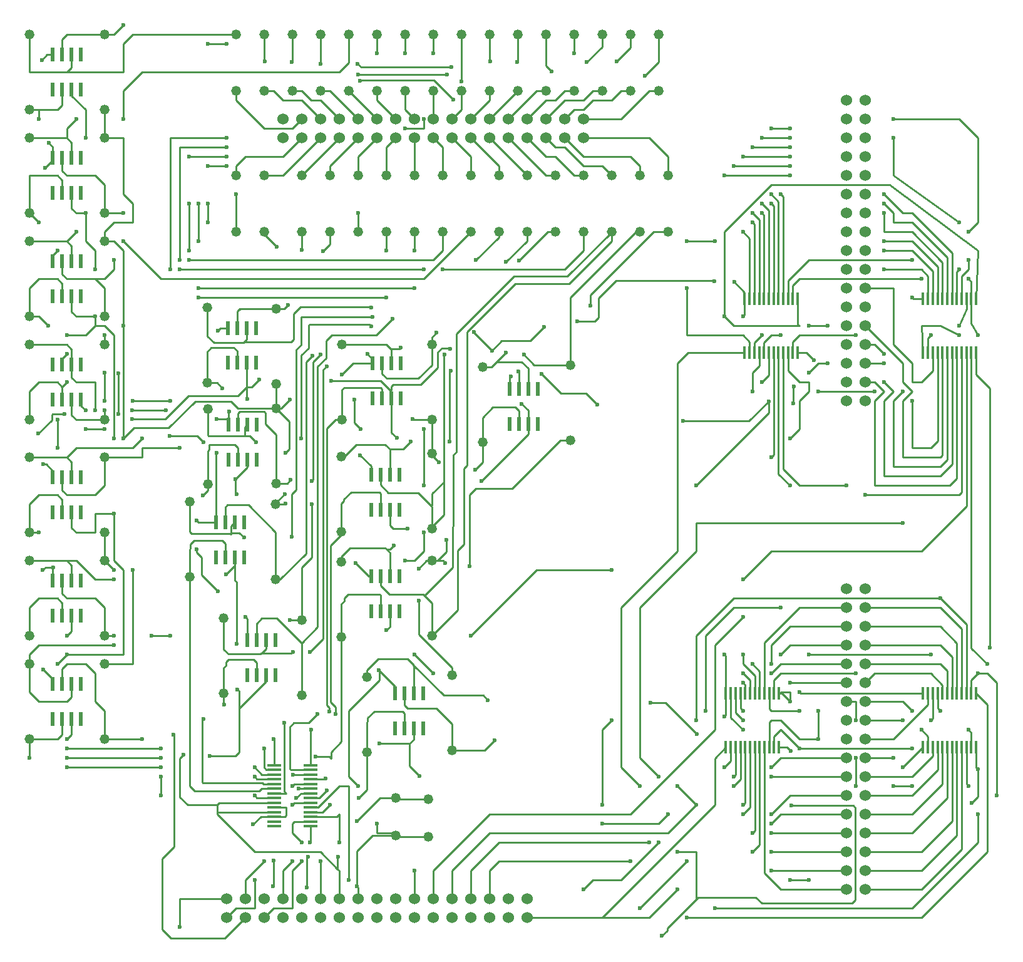
<source format=gbr>
G04 #@! TF.FileFunction,Copper,L1,Top,Signal*
%FSLAX46Y46*%
G04 Gerber Fmt 4.6, Leading zero omitted, Abs format (unit mm)*
G04 Created by KiCad (PCBNEW 4.0.4-stable) date 12/23/16 23:50:51*
%MOMM*%
%LPD*%
G01*
G04 APERTURE LIST*
%ADD10C,0.100000*%
%ADD11R,0.431800X1.651000*%
%ADD12C,1.320800*%
%ADD13C,1.530000*%
%ADD14R,0.558800X1.981200*%
%ADD15R,1.981200X0.355600*%
%ADD16C,0.600000*%
%ADD17C,0.250000*%
G04 APERTURE END LIST*
D10*
D11*
X183108600Y-82372200D03*
X183769000Y-82372200D03*
X184404000Y-82372200D03*
X185064400Y-82372200D03*
X185724800Y-82372200D03*
X186359800Y-82372200D03*
X187020200Y-82372200D03*
X187655200Y-82372200D03*
X188315600Y-82372200D03*
X188976000Y-82372200D03*
X189611000Y-82372200D03*
X190271400Y-82372200D03*
X190271400Y-75107800D03*
X189611000Y-75107800D03*
X188976000Y-75107800D03*
X188315600Y-75107800D03*
X187655200Y-75107800D03*
X187020200Y-75107800D03*
X186359800Y-75107800D03*
X185724800Y-75107800D03*
X185064400Y-75107800D03*
X184404000Y-75107800D03*
X183769000Y-75107800D03*
X183108600Y-75107800D03*
X156438600Y-135712200D03*
X157099000Y-135712200D03*
X157734000Y-135712200D03*
X158394400Y-135712200D03*
X159054800Y-135712200D03*
X159689800Y-135712200D03*
X160350200Y-135712200D03*
X160985200Y-135712200D03*
X161645600Y-135712200D03*
X162306000Y-135712200D03*
X162941000Y-135712200D03*
X163601400Y-135712200D03*
X163601400Y-128447800D03*
X162941000Y-128447800D03*
X162306000Y-128447800D03*
X161645600Y-128447800D03*
X160985200Y-128447800D03*
X160350200Y-128447800D03*
X159689800Y-128447800D03*
X159054800Y-128447800D03*
X158394400Y-128447800D03*
X157734000Y-128447800D03*
X157099000Y-128447800D03*
X156438600Y-128447800D03*
D12*
X111810800Y-142570200D03*
X111810800Y-147650200D03*
X116179600Y-142697200D03*
X116179600Y-147777200D03*
D13*
X137160000Y-50800000D03*
X137160000Y-53340000D03*
X134620000Y-50800000D03*
X134620000Y-53340000D03*
X132080000Y-50800000D03*
X132080000Y-53340000D03*
X129540000Y-50800000D03*
X129540000Y-53340000D03*
X127000000Y-50800000D03*
X127000000Y-53340000D03*
X124460000Y-50800000D03*
X124460000Y-53340000D03*
X121920000Y-50800000D03*
X121920000Y-53340000D03*
X119380000Y-50800000D03*
X119380000Y-53340000D03*
X116840000Y-50800000D03*
X116840000Y-53340000D03*
X114300000Y-50800000D03*
X114300000Y-53340000D03*
X111760000Y-50800000D03*
X111760000Y-53340000D03*
X109220000Y-50800000D03*
X109220000Y-53340000D03*
X106680000Y-50800000D03*
X106680000Y-53340000D03*
X104140000Y-50800000D03*
X104140000Y-53340000D03*
X101600000Y-50800000D03*
X101600000Y-53340000D03*
X99060000Y-50800000D03*
X99060000Y-53340000D03*
X96520000Y-50800000D03*
X96520000Y-53340000D03*
X175260000Y-88900000D03*
X172720000Y-88900000D03*
X175260000Y-86360000D03*
X172720000Y-86360000D03*
X175260000Y-83820000D03*
X172720000Y-83820000D03*
X175260000Y-81280000D03*
X172720000Y-81280000D03*
X175260000Y-78740000D03*
X172720000Y-78740000D03*
X175260000Y-76200000D03*
X172720000Y-76200000D03*
X175260000Y-73660000D03*
X172720000Y-73660000D03*
X175260000Y-71120000D03*
X172720000Y-71120000D03*
X175260000Y-68580000D03*
X172720000Y-68580000D03*
X175260000Y-66040000D03*
X172720000Y-66040000D03*
X175260000Y-63500000D03*
X172720000Y-63500000D03*
X175260000Y-60960000D03*
X172720000Y-60960000D03*
X175260000Y-58420000D03*
X172720000Y-58420000D03*
X175260000Y-55880000D03*
X172720000Y-55880000D03*
X175260000Y-53340000D03*
X172720000Y-53340000D03*
X175260000Y-50800000D03*
X172720000Y-50800000D03*
X175260000Y-48260000D03*
X172720000Y-48260000D03*
X175260000Y-154940000D03*
X172720000Y-154940000D03*
X175260000Y-152400000D03*
X172720000Y-152400000D03*
X175260000Y-149860000D03*
X172720000Y-149860000D03*
X175260000Y-147320000D03*
X172720000Y-147320000D03*
X175260000Y-144780000D03*
X172720000Y-144780000D03*
X175260000Y-142240000D03*
X172720000Y-142240000D03*
X175260000Y-139700000D03*
X172720000Y-139700000D03*
X175260000Y-137160000D03*
X172720000Y-137160000D03*
X175260000Y-134620000D03*
X172720000Y-134620000D03*
X175260000Y-132080000D03*
X172720000Y-132080000D03*
X175260000Y-129540000D03*
X172720000Y-129540000D03*
X175260000Y-127000000D03*
X172720000Y-127000000D03*
X175260000Y-124460000D03*
X172720000Y-124460000D03*
X175260000Y-121920000D03*
X172720000Y-121920000D03*
X175260000Y-119380000D03*
X172720000Y-119380000D03*
X175260000Y-116840000D03*
X172720000Y-116840000D03*
X175260000Y-114300000D03*
X172720000Y-114300000D03*
X88900000Y-158750000D03*
X88900000Y-156210000D03*
X91440000Y-158750000D03*
X91440000Y-156210000D03*
X93980000Y-158750000D03*
X93980000Y-156210000D03*
X96520000Y-158750000D03*
X96520000Y-156210000D03*
X99060000Y-158750000D03*
X99060000Y-156210000D03*
X101600000Y-158750000D03*
X101600000Y-156210000D03*
X104140000Y-158750000D03*
X104140000Y-156210000D03*
X106680000Y-158750000D03*
X106680000Y-156210000D03*
X109220000Y-158750000D03*
X109220000Y-156210000D03*
X111760000Y-158750000D03*
X111760000Y-156210000D03*
X114300000Y-158750000D03*
X114300000Y-156210000D03*
X116840000Y-158750000D03*
X116840000Y-156210000D03*
X119380000Y-158750000D03*
X119380000Y-156210000D03*
X121920000Y-158750000D03*
X121920000Y-156210000D03*
X124460000Y-158750000D03*
X124460000Y-156210000D03*
X127000000Y-158750000D03*
X127000000Y-156210000D03*
X129540000Y-158750000D03*
X129540000Y-156210000D03*
D12*
X90170000Y-39370000D03*
X90170000Y-46990000D03*
X93980000Y-66040000D03*
X93980000Y-58420000D03*
X93980000Y-39370000D03*
X93980000Y-46990000D03*
X99060000Y-66040000D03*
X99060000Y-58420000D03*
X97790000Y-39370000D03*
X97790000Y-46990000D03*
X102870000Y-66040000D03*
X102870000Y-58420000D03*
X101600000Y-39370000D03*
X101600000Y-46990000D03*
X106680000Y-66040000D03*
X106680000Y-58420000D03*
X105410000Y-39370000D03*
X105410000Y-46990000D03*
X110490000Y-66040000D03*
X110490000Y-58420000D03*
X109220000Y-39370000D03*
X109220000Y-46990000D03*
X114300000Y-66040000D03*
X114300000Y-58420000D03*
X113030000Y-39370000D03*
X113030000Y-46990000D03*
X118110000Y-66040000D03*
X118110000Y-58420000D03*
X116840000Y-39370000D03*
X116840000Y-46990000D03*
X121920000Y-66040000D03*
X121920000Y-58420000D03*
X120650000Y-39370000D03*
X120650000Y-46990000D03*
X125730000Y-66040000D03*
X125730000Y-58420000D03*
X124460000Y-39370000D03*
X124460000Y-46990000D03*
X129540000Y-66040000D03*
X129540000Y-58420000D03*
X128270000Y-39370000D03*
X128270000Y-46990000D03*
X133350000Y-66040000D03*
X133350000Y-58420000D03*
X132080000Y-39370000D03*
X132080000Y-46990000D03*
X137160000Y-66040000D03*
X137160000Y-58420000D03*
X135890000Y-39370000D03*
X135890000Y-46990000D03*
X140970000Y-66040000D03*
X140970000Y-58420000D03*
X139700000Y-39370000D03*
X139700000Y-46990000D03*
X144780000Y-66040000D03*
X144780000Y-58420000D03*
X143510000Y-39370000D03*
X143510000Y-46990000D03*
X148590000Y-66040000D03*
X148590000Y-58420000D03*
X147320000Y-39370000D03*
X147320000Y-46990000D03*
X107873800Y-126187200D03*
X107873800Y-136347200D03*
X119405400Y-125984000D03*
X119405400Y-136144000D03*
X123520200Y-84302600D03*
X123520200Y-94462600D03*
X135407400Y-94183200D03*
X135407400Y-84023200D03*
X104394000Y-110617000D03*
X104394000Y-120777000D03*
X116713000Y-110490000D03*
X116713000Y-120650000D03*
X62230000Y-91440000D03*
X62230000Y-81280000D03*
X72390000Y-81280000D03*
X72390000Y-91440000D03*
X104394000Y-96393000D03*
X104394000Y-106553000D03*
X116713000Y-96012000D03*
X116713000Y-106172000D03*
X104495600Y-81280000D03*
X104495600Y-91440000D03*
X116687600Y-91440000D03*
X116687600Y-81280000D03*
X88519000Y-118237000D03*
X88519000Y-128397000D03*
X99060000Y-118491000D03*
X99060000Y-128651000D03*
X62230000Y-67310000D03*
X62230000Y-77470000D03*
X72390000Y-67310000D03*
X72390000Y-77470000D03*
X62230000Y-96520000D03*
X62230000Y-106680000D03*
X72390000Y-106680000D03*
X72390000Y-96520000D03*
X62230000Y-110490000D03*
X62230000Y-120650000D03*
X72390000Y-110490000D03*
X72390000Y-120650000D03*
X62230000Y-124460000D03*
X62230000Y-134620000D03*
X72390000Y-124460000D03*
X72390000Y-134620000D03*
X62230000Y-53340000D03*
X62230000Y-63500000D03*
X72390000Y-53340000D03*
X72390000Y-63500000D03*
X86385400Y-89941400D03*
X86385400Y-100101400D03*
X95605600Y-89865200D03*
X95605600Y-100025200D03*
X83947000Y-102514400D03*
X83947000Y-112674400D03*
X95554800Y-102870000D03*
X95554800Y-113030000D03*
X86309200Y-76276200D03*
X86309200Y-86436200D03*
X95605600Y-86588600D03*
X95605600Y-76428600D03*
X62230000Y-39370000D03*
X62230000Y-49530000D03*
X72390000Y-49530000D03*
X72390000Y-39370000D03*
X90170000Y-66040000D03*
X90170000Y-58420000D03*
D14*
X69215000Y-99237800D03*
X67945000Y-99237800D03*
X66675000Y-99237800D03*
X65405000Y-99237800D03*
X65405000Y-103962200D03*
X66675000Y-103962200D03*
X67945000Y-103962200D03*
X69215000Y-103962200D03*
X112496600Y-83794600D03*
X111226600Y-83794600D03*
X109956600Y-83794600D03*
X108686600Y-83794600D03*
X108686600Y-88519000D03*
X109956600Y-88519000D03*
X111226600Y-88519000D03*
X112496600Y-88519000D03*
X112268000Y-98856800D03*
X110998000Y-98856800D03*
X109728000Y-98856800D03*
X108458000Y-98856800D03*
X108458000Y-103581200D03*
X109728000Y-103581200D03*
X110998000Y-103581200D03*
X112268000Y-103581200D03*
X65405000Y-88722200D03*
X66675000Y-88722200D03*
X67945000Y-88722200D03*
X69215000Y-88722200D03*
X69215000Y-83997800D03*
X67945000Y-83997800D03*
X66675000Y-83997800D03*
X65405000Y-83997800D03*
X69215000Y-42087800D03*
X67945000Y-42087800D03*
X66675000Y-42087800D03*
X65405000Y-42087800D03*
X65405000Y-46812200D03*
X66675000Y-46812200D03*
X67945000Y-46812200D03*
X69215000Y-46812200D03*
X112268000Y-112572800D03*
X110998000Y-112572800D03*
X109728000Y-112572800D03*
X108458000Y-112572800D03*
X108458000Y-117297200D03*
X109728000Y-117297200D03*
X110998000Y-117297200D03*
X112268000Y-117297200D03*
X130962400Y-87299800D03*
X129692400Y-87299800D03*
X128422400Y-87299800D03*
X127152400Y-87299800D03*
X127152400Y-92024200D03*
X128422400Y-92024200D03*
X129692400Y-92024200D03*
X130962400Y-92024200D03*
X115493800Y-128397000D03*
X114223800Y-128397000D03*
X112953800Y-128397000D03*
X111683800Y-128397000D03*
X111683800Y-133121400D03*
X112953800Y-133121400D03*
X114223800Y-133121400D03*
X115493800Y-133121400D03*
X69215000Y-113207800D03*
X67945000Y-113207800D03*
X66675000Y-113207800D03*
X65405000Y-113207800D03*
X65405000Y-117932200D03*
X66675000Y-117932200D03*
X67945000Y-117932200D03*
X69215000Y-117932200D03*
X69215000Y-127177800D03*
X67945000Y-127177800D03*
X66675000Y-127177800D03*
X65405000Y-127177800D03*
X65405000Y-131902200D03*
X66675000Y-131902200D03*
X67945000Y-131902200D03*
X69215000Y-131902200D03*
X69215000Y-56057800D03*
X67945000Y-56057800D03*
X66675000Y-56057800D03*
X65405000Y-56057800D03*
X65405000Y-60782200D03*
X66675000Y-60782200D03*
X67945000Y-60782200D03*
X69215000Y-60782200D03*
X92964000Y-92125800D03*
X91694000Y-92125800D03*
X90424000Y-92125800D03*
X89154000Y-92125800D03*
X89154000Y-96850200D03*
X90424000Y-96850200D03*
X91694000Y-96850200D03*
X92964000Y-96850200D03*
X91262200Y-105308400D03*
X89992200Y-105308400D03*
X88722200Y-105308400D03*
X87452200Y-105308400D03*
X87452200Y-110032800D03*
X88722200Y-110032800D03*
X89992200Y-110032800D03*
X91262200Y-110032800D03*
X92887800Y-79019400D03*
X91617800Y-79019400D03*
X90347800Y-79019400D03*
X89077800Y-79019400D03*
X89077800Y-83743800D03*
X90347800Y-83743800D03*
X91617800Y-83743800D03*
X92887800Y-83743800D03*
X69215000Y-70027800D03*
X67945000Y-70027800D03*
X66675000Y-70027800D03*
X65405000Y-70027800D03*
X65405000Y-74752200D03*
X66675000Y-74752200D03*
X67945000Y-74752200D03*
X69215000Y-74752200D03*
X95504000Y-121208800D03*
X94234000Y-121208800D03*
X92964000Y-121208800D03*
X91694000Y-121208800D03*
X91694000Y-125933200D03*
X92964000Y-125933200D03*
X94234000Y-125933200D03*
X95504000Y-125933200D03*
D15*
X95326200Y-138125200D03*
X95326200Y-138734800D03*
X95326200Y-139395200D03*
X95326200Y-140004800D03*
X95326200Y-140665200D03*
X95326200Y-141274800D03*
X95326200Y-141935200D03*
X95326200Y-142544800D03*
X95326200Y-143205200D03*
X95326200Y-143814800D03*
X95326200Y-144475200D03*
X95326200Y-145084800D03*
X95326200Y-145745200D03*
X95326200Y-146354800D03*
X100253800Y-146354800D03*
X100253800Y-145745200D03*
X100253800Y-145084800D03*
X100253800Y-144475200D03*
X100253800Y-143814800D03*
X100253800Y-143205200D03*
X100253800Y-142544800D03*
X100253800Y-141935200D03*
X100253800Y-141274800D03*
X100253800Y-140665200D03*
X100253800Y-140004800D03*
X100253800Y-139395200D03*
X100253800Y-138734800D03*
X100253800Y-138125200D03*
D11*
X158978600Y-82372200D03*
X159639000Y-82372200D03*
X160274000Y-82372200D03*
X160934400Y-82372200D03*
X161594800Y-82372200D03*
X162229800Y-82372200D03*
X162890200Y-82372200D03*
X163525200Y-82372200D03*
X164185600Y-82372200D03*
X164846000Y-82372200D03*
X165481000Y-82372200D03*
X166141400Y-82372200D03*
X166141400Y-75107800D03*
X165481000Y-75107800D03*
X164846000Y-75107800D03*
X164185600Y-75107800D03*
X163525200Y-75107800D03*
X162890200Y-75107800D03*
X162229800Y-75107800D03*
X161594800Y-75107800D03*
X160934400Y-75107800D03*
X160274000Y-75107800D03*
X159639000Y-75107800D03*
X158978600Y-75107800D03*
X183108600Y-135712200D03*
X183769000Y-135712200D03*
X184404000Y-135712200D03*
X185064400Y-135712200D03*
X185724800Y-135712200D03*
X186359800Y-135712200D03*
X187020200Y-135712200D03*
X187655200Y-135712200D03*
X188315600Y-135712200D03*
X188976000Y-135712200D03*
X189611000Y-135712200D03*
X190271400Y-135712200D03*
X190271400Y-128447800D03*
X189611000Y-128447800D03*
X188976000Y-128447800D03*
X188315600Y-128447800D03*
X187655200Y-128447800D03*
X187020200Y-128447800D03*
X186359800Y-128447800D03*
X185724800Y-128447800D03*
X185064400Y-128447800D03*
X184404000Y-128447800D03*
X183769000Y-128447800D03*
X183108600Y-128447800D03*
D16*
X102489000Y-141503400D03*
X106756200Y-142544800D03*
X98653600Y-141325600D03*
X100914200Y-136956800D03*
X97790000Y-140970000D03*
X71120000Y-90170000D03*
X102260400Y-139954000D03*
X103682800Y-131241800D03*
X97866200Y-139446000D03*
X102819200Y-130911600D03*
X101219000Y-131241800D03*
X88595200Y-129971800D03*
X100330000Y-133350000D03*
X72390000Y-92710000D03*
X69850000Y-92710000D03*
X64770000Y-78740000D03*
X95250000Y-134620000D03*
X80010000Y-135890000D03*
X67310000Y-135890000D03*
X63500000Y-106680000D03*
X80010000Y-137160000D03*
X67310000Y-137160000D03*
X93980000Y-135890000D03*
X92710000Y-138430000D03*
X80010000Y-138430000D03*
X67310000Y-138430000D03*
X62230000Y-137160000D03*
X92710000Y-139700000D03*
X80010000Y-139700000D03*
X80010000Y-142240000D03*
X63500000Y-64770000D03*
X85775800Y-131851400D03*
X85699600Y-101650800D03*
X88366600Y-87147400D03*
X96748600Y-132410200D03*
X92710000Y-142240000D03*
X66040000Y-95250000D03*
X66040000Y-91440000D03*
X63500000Y-50800000D03*
X103987600Y-150545800D03*
X106553000Y-145669000D03*
X146202400Y-129717800D03*
X152501600Y-133934200D03*
X156210000Y-131546600D03*
X131826000Y-78892400D03*
X136296400Y-78130400D03*
X154889200Y-72694800D03*
X157581600Y-72821800D03*
X123367800Y-99720400D03*
X115036600Y-139573000D03*
X109575600Y-135229600D03*
X128828800Y-89281000D03*
X124790200Y-82067400D03*
X122351800Y-79552800D03*
X119176800Y-81813400D03*
X110540800Y-119862600D03*
X113360200Y-106121200D03*
X111937800Y-93878400D03*
X103047800Y-86131400D03*
X93294200Y-86004400D03*
X90398600Y-127914400D03*
X90271600Y-121767600D03*
X83058000Y-136728200D03*
X86639400Y-136855200D03*
X90297000Y-101473000D03*
X88798400Y-112318800D03*
X90068400Y-99466400D03*
X91694000Y-88620600D03*
X76123800Y-91363800D03*
X67310000Y-134620000D03*
X66040000Y-124460000D03*
X67310000Y-120650000D03*
X67310000Y-123190000D03*
X73660000Y-104140000D03*
X73660000Y-93980000D03*
X67310000Y-82550000D03*
X67310000Y-80010000D03*
X71120000Y-77470000D03*
X71120000Y-71120000D03*
X69850000Y-53340000D03*
X69850000Y-63500000D03*
X158750000Y-77470000D03*
X181610000Y-74930000D03*
X156210000Y-123190000D03*
X166370000Y-128270000D03*
X140970000Y-111760000D03*
X121920000Y-120650000D03*
X116840000Y-125730000D03*
X114300000Y-123190000D03*
X113030000Y-110490000D03*
X115570000Y-106680000D03*
X115570000Y-100330000D03*
X115570000Y-92710000D03*
X107950000Y-82550000D03*
X106680000Y-140970000D03*
X109220000Y-146050000D03*
X149860000Y-149860000D03*
X148590000Y-144780000D03*
X139700000Y-146050000D03*
X139700000Y-143510000D03*
X140970000Y-132080000D03*
X152400000Y-100330000D03*
X189661800Y-143230600D03*
X147751800Y-161213800D03*
X165277800Y-143560800D03*
X165176200Y-136220200D03*
X190500000Y-138684000D03*
X192100200Y-122199400D03*
X127330200Y-85547200D03*
X131521200Y-85267800D03*
X139039600Y-89382600D03*
X150672800Y-91617800D03*
X162229800Y-88925400D03*
X165506400Y-89230200D03*
X165633400Y-86918800D03*
X168325800Y-83362800D03*
X109499400Y-125272800D03*
X106375200Y-110845600D03*
X106222800Y-88696800D03*
X107035600Y-92659200D03*
X106984800Y-96215200D03*
X106527600Y-154533600D03*
X104521000Y-85318600D03*
X92481400Y-146151600D03*
X95300800Y-151003000D03*
X95173800Y-154457400D03*
X99796600Y-154660600D03*
X99949000Y-150495000D03*
X100203000Y-148564600D03*
X84861400Y-105054400D03*
X84861400Y-108940600D03*
X87706200Y-114604800D03*
X91440000Y-118084600D03*
X87757000Y-79375000D03*
X89230200Y-90347800D03*
X87528400Y-95935800D03*
X87604600Y-91363800D03*
X85801200Y-94488000D03*
X81229200Y-93624400D03*
X80746600Y-90144600D03*
X76123800Y-90119200D03*
X74295000Y-90652600D03*
X74295000Y-85115400D03*
X64135000Y-125196600D03*
X64058800Y-111760000D03*
X65455800Y-111404400D03*
X64084200Y-97434400D03*
X63474600Y-93268800D03*
X66954400Y-90652600D03*
X64389000Y-57353200D03*
X64846200Y-54000400D03*
X63906400Y-42799000D03*
X66040000Y-68580000D03*
X72390000Y-85090000D03*
X72390000Y-88900000D03*
X69850000Y-90170000D03*
X114909600Y-111531400D03*
X114884200Y-115900200D03*
X118491000Y-110769400D03*
X121742200Y-111226600D03*
X117627400Y-97155000D03*
X118643400Y-107645200D03*
X97434400Y-88747600D03*
X114071400Y-91338400D03*
X81762600Y-133985000D03*
X97510600Y-118516400D03*
X96901000Y-102793800D03*
X100406200Y-102844600D03*
X96901000Y-95935800D03*
X96774000Y-101473000D03*
X73660000Y-111760000D03*
X74930000Y-93980000D03*
X76200000Y-111760000D03*
X72390000Y-80010000D03*
X74930000Y-78740000D03*
X124256800Y-129362200D03*
X145440400Y-44932600D03*
X125171200Y-134797800D03*
X138125200Y-75971400D03*
X126644400Y-82372200D03*
X141630400Y-43027600D03*
X128371600Y-84861400D03*
X129133600Y-82651600D03*
X111556800Y-108407200D03*
X137617200Y-43103800D03*
X67310000Y-86360000D03*
X85090000Y-67310000D03*
X85090000Y-62230000D03*
X86360000Y-40640000D03*
X88900000Y-40640000D03*
X135890000Y-41910000D03*
X113817400Y-94411800D03*
X119075200Y-94386400D03*
X119253000Y-84785200D03*
X132867400Y-44348400D03*
X112471200Y-81661000D03*
X128244600Y-43078400D03*
X97866200Y-122834400D03*
X100177600Y-122809000D03*
X102438200Y-84201000D03*
X124536200Y-42976800D03*
X68580000Y-66040000D03*
X86360000Y-64770000D03*
X86360000Y-62230000D03*
X86360000Y-57150000D03*
X88900000Y-57150000D03*
X120650000Y-45720000D03*
X77470000Y-93980000D03*
X83820000Y-68580000D03*
X83820000Y-62230000D03*
X83820000Y-55880000D03*
X88900000Y-55880000D03*
X113030000Y-52070000D03*
X115570000Y-50800000D03*
X116840000Y-41910000D03*
X73660000Y-113030000D03*
X82550000Y-69850000D03*
X88900000Y-54610000D03*
X113030000Y-41910000D03*
X73660000Y-121920000D03*
X81280000Y-71120000D03*
X88900000Y-53340000D03*
X109220000Y-41910000D03*
X68580000Y-50800000D03*
X74930000Y-50800000D03*
X92862400Y-94437200D03*
X99009200Y-93929200D03*
X108508800Y-78841600D03*
X119354600Y-43764200D03*
X106629200Y-43307000D03*
X101600000Y-43307000D03*
X91262200Y-107340400D03*
X97688400Y-107289600D03*
X108635800Y-77571600D03*
X118694200Y-44805600D03*
X106680000Y-44805600D03*
X97739200Y-43078400D03*
X108458000Y-76276200D03*
X119583200Y-48158400D03*
X106959400Y-45643800D03*
X94056200Y-43027600D03*
X74930000Y-38100000D03*
X90170000Y-60960000D03*
X95681800Y-68072000D03*
X97180400Y-75946000D03*
X100482400Y-82804000D03*
X99085400Y-68453000D03*
X97561400Y-99568000D03*
X100406200Y-99745800D03*
X101650800Y-82600800D03*
X101930200Y-68630800D03*
X74930000Y-63500000D03*
X106680000Y-63500000D03*
X85090000Y-74930000D03*
X110490000Y-74930000D03*
X77470000Y-134620000D03*
X110490000Y-68580000D03*
X73660000Y-120650000D03*
X78740000Y-120650000D03*
X81280000Y-120650000D03*
X85090000Y-73660000D03*
X114300000Y-73660000D03*
X114300000Y-68580000D03*
X82550000Y-95250000D03*
X83820000Y-69850000D03*
X74930000Y-67310000D03*
X73660000Y-69850000D03*
X111379000Y-77749400D03*
X122656600Y-69850000D03*
X117322600Y-79679800D03*
X126720600Y-70078600D03*
X118389400Y-82600800D03*
X128473200Y-69951600D03*
X118110000Y-71120000D03*
X115570000Y-71120000D03*
X82550000Y-71120000D03*
X81280000Y-88900000D03*
X76200000Y-88900000D03*
X72390000Y-90170000D03*
X175260000Y-101600000D03*
X172720000Y-100330000D03*
X165100000Y-100330000D03*
X177800000Y-83820000D03*
X177800000Y-86360000D03*
X162560000Y-96520000D03*
X177800000Y-82550000D03*
X180340000Y-87630000D03*
X170180000Y-83820000D03*
X167640000Y-85090000D03*
X161290000Y-86360000D03*
X170180000Y-78740000D03*
X167640000Y-78740000D03*
X163830000Y-80010000D03*
X176530000Y-87630000D03*
X168910000Y-87630000D03*
X160020000Y-87630000D03*
X161290000Y-80010000D03*
X154940000Y-67310000D03*
X151130000Y-67310000D03*
X151130000Y-73660000D03*
X158750000Y-66040000D03*
X165100000Y-58420000D03*
X156210000Y-58420000D03*
X160020000Y-64770000D03*
X165100000Y-57150000D03*
X157480000Y-57150000D03*
X160020000Y-63500000D03*
X165100000Y-55880000D03*
X158750000Y-55880000D03*
X161290000Y-63500000D03*
X165100000Y-54610000D03*
X160020000Y-54610000D03*
X161290000Y-62230000D03*
X165100000Y-53340000D03*
X161290000Y-53340000D03*
X162560000Y-62230000D03*
X165100000Y-52070000D03*
X162560000Y-52070000D03*
X162560000Y-60960000D03*
X163830000Y-60960000D03*
X181610000Y-88900000D03*
X184150000Y-80010000D03*
X177800000Y-71120000D03*
X177800000Y-68580000D03*
X177800000Y-67310000D03*
X177800000Y-63500000D03*
X177800000Y-62230000D03*
X177800000Y-60960000D03*
X179070000Y-53340000D03*
X187960000Y-64770000D03*
X187960000Y-71120000D03*
X179070000Y-50800000D03*
X189230000Y-66040000D03*
X189230000Y-69850000D03*
X179070000Y-137160000D03*
X182880000Y-133350000D03*
X180340000Y-132080000D03*
X184150000Y-132080000D03*
X181610000Y-130810000D03*
X185420000Y-130810000D03*
X162560000Y-152400000D03*
X160020000Y-149860000D03*
X162560000Y-149860000D03*
X160020000Y-147320000D03*
X162560000Y-147320000D03*
X158750000Y-144780000D03*
X162560000Y-146050000D03*
X158750000Y-143510000D03*
X162560000Y-144780000D03*
X157480000Y-140970000D03*
X162560000Y-139700000D03*
X157480000Y-139700000D03*
X162560000Y-138430000D03*
X156210000Y-138430000D03*
X158750000Y-133350000D03*
X158750000Y-132080000D03*
X173990000Y-132080000D03*
X173990000Y-137160000D03*
X173990000Y-140970000D03*
X167640000Y-153670000D03*
X165100000Y-153670000D03*
X158750000Y-130810000D03*
X158750000Y-127000000D03*
X165100000Y-127000000D03*
X158750000Y-125730000D03*
X162560000Y-125730000D03*
X158750000Y-123190000D03*
X163830000Y-123190000D03*
X160020000Y-124460000D03*
X162560000Y-124460000D03*
X105410000Y-153670000D03*
X92710000Y-153670000D03*
X99060000Y-151130000D03*
X99060000Y-148590000D03*
X102870000Y-143510000D03*
X93980000Y-151130000D03*
X97790000Y-143510000D03*
X97790000Y-151130000D03*
X104140000Y-148590000D03*
X101600000Y-151130000D03*
X82550000Y-160020000D03*
X187960000Y-78740000D03*
X181610000Y-69850000D03*
X185420000Y-115570000D03*
X184150000Y-123190000D03*
X167640000Y-123190000D03*
X166370000Y-130810000D03*
X114300000Y-152400000D03*
X144780000Y-157480000D03*
X151130000Y-151130000D03*
X152400000Y-132080000D03*
X137160000Y-154940000D03*
X147320000Y-148590000D03*
X147320000Y-139700000D03*
X180340000Y-105410000D03*
X187960000Y-80010000D03*
X180340000Y-138430000D03*
X149860000Y-154940000D03*
X144780000Y-140970000D03*
X189230000Y-72390000D03*
X182880000Y-72390000D03*
X190500000Y-80010000D03*
X190500000Y-125730000D03*
X173990000Y-125730000D03*
X193040000Y-142240000D03*
X190500000Y-144780000D03*
X154940000Y-157480000D03*
X146050000Y-148590000D03*
X165100000Y-93980000D03*
X158750000Y-113030000D03*
X168910000Y-130810000D03*
X158750000Y-118110000D03*
X168910000Y-134620000D03*
X179070000Y-140970000D03*
X181610000Y-140970000D03*
X189230000Y-140970000D03*
X173990000Y-80010000D03*
X163830000Y-116840000D03*
X153670000Y-130810000D03*
X149860000Y-140970000D03*
X191770000Y-124460000D03*
X166370000Y-135890000D03*
X152400000Y-143510000D03*
X181610000Y-135890000D03*
X189230000Y-133350000D03*
X156210000Y-77470000D03*
X165100000Y-129540000D03*
X151130000Y-158750000D03*
X143510000Y-151130000D03*
X98348800Y-142570200D03*
X122504200Y-98221800D03*
D17*
X107873800Y-136347200D02*
X107873800Y-141427200D01*
X101447600Y-142544800D02*
X100253800Y-142544800D01*
X102489000Y-141503400D02*
X101447600Y-142544800D01*
X107873800Y-141427200D02*
X106756200Y-142544800D01*
X107873800Y-136347200D02*
X107873800Y-132334000D01*
X112953800Y-131089400D02*
X112953800Y-133121400D01*
X112699800Y-130835400D02*
X112953800Y-131089400D01*
X108889800Y-130835400D02*
X112699800Y-130835400D01*
X107975400Y-131749800D02*
X108889800Y-130835400D01*
X107975400Y-132232400D02*
X107975400Y-131749800D01*
X107873800Y-132334000D02*
X107975400Y-132232400D01*
X104394000Y-120777000D02*
X104394000Y-130378200D01*
X98704400Y-141274800D02*
X100253800Y-141274800D01*
X98653600Y-141325600D02*
X98704400Y-141274800D01*
X102793800Y-136956800D02*
X100914200Y-136956800D01*
X103047800Y-137210800D02*
X102793800Y-136956800D01*
X103047800Y-136347200D02*
X103047800Y-137210800D01*
X104444800Y-134950200D02*
X103047800Y-136347200D01*
X104444800Y-130429000D02*
X104444800Y-134950200D01*
X104394000Y-130378200D02*
X104444800Y-130429000D01*
X104394000Y-120777000D02*
X104394000Y-116357400D01*
X109728000Y-115138200D02*
X109728000Y-117297200D01*
X109601000Y-115011200D02*
X109728000Y-115138200D01*
X105384600Y-115011200D02*
X109601000Y-115011200D01*
X104876600Y-115519200D02*
X105384600Y-115011200D01*
X104876600Y-115874800D02*
X104876600Y-115519200D01*
X104394000Y-116357400D02*
X104876600Y-115874800D01*
X67945000Y-83997800D02*
X67945000Y-85725000D01*
X98094800Y-140665200D02*
X100253800Y-140665200D01*
X97790000Y-140970000D02*
X98094800Y-140665200D01*
X71120000Y-86360000D02*
X71120000Y-90170000D01*
X68580000Y-86360000D02*
X71120000Y-86360000D01*
X67945000Y-85725000D02*
X68580000Y-86360000D01*
X62230000Y-81280000D02*
X67310000Y-81280000D01*
X67945000Y-81915000D02*
X67945000Y-83997800D01*
X67310000Y-81280000D02*
X67945000Y-81915000D01*
X102209600Y-140004800D02*
X100253800Y-140004800D01*
X102260400Y-139954000D02*
X102209600Y-140004800D01*
X103682800Y-130276600D02*
X103682800Y-131241800D01*
X102971600Y-129565400D02*
X103682800Y-130276600D01*
X102971600Y-108407200D02*
X102971600Y-129565400D01*
X104394000Y-106984800D02*
X102971600Y-108407200D01*
X104394000Y-106553000D02*
X104394000Y-106984800D01*
X104394000Y-106553000D02*
X104394000Y-102768400D01*
X109728000Y-101396800D02*
X109728000Y-103581200D01*
X109575600Y-101244400D02*
X109728000Y-101396800D01*
X105740200Y-101244400D02*
X109575600Y-101244400D01*
X104775000Y-102209600D02*
X105740200Y-101244400D01*
X104775000Y-102387400D02*
X104775000Y-102209600D01*
X104394000Y-102768400D02*
X104775000Y-102387400D01*
X104495600Y-91440000D02*
X103632000Y-91440000D01*
X97917000Y-139395200D02*
X100253800Y-139395200D01*
X97866200Y-139446000D02*
X97917000Y-139395200D01*
X102819200Y-130327400D02*
X102819200Y-130911600D01*
X102489000Y-129997200D02*
X102819200Y-130327400D01*
X102489000Y-103225600D02*
X102489000Y-129997200D01*
X102438200Y-103174800D02*
X102489000Y-103225600D01*
X102438200Y-92633800D02*
X102438200Y-103174800D01*
X103632000Y-91440000D02*
X102438200Y-92633800D01*
X104495600Y-91440000D02*
X104495600Y-87376000D01*
X109956600Y-87299800D02*
X109956600Y-88519000D01*
X109728000Y-87071200D02*
X109956600Y-87299800D01*
X104800400Y-87071200D02*
X109728000Y-87071200D01*
X104495600Y-87376000D02*
X104800400Y-87071200D01*
X88519000Y-128397000D02*
X88519000Y-129895600D01*
X97586800Y-138734800D02*
X100253800Y-138734800D01*
X97459800Y-138607800D02*
X97586800Y-138734800D01*
X97459800Y-132969000D02*
X97459800Y-138607800D01*
X98018600Y-132410200D02*
X97459800Y-132969000D01*
X100050600Y-132410200D02*
X98018600Y-132410200D01*
X101219000Y-131241800D02*
X100050600Y-132410200D01*
X88519000Y-129895600D02*
X88595200Y-129971800D01*
X88519000Y-128397000D02*
X88519000Y-124968000D01*
X92964000Y-124231400D02*
X92964000Y-125933200D01*
X92557600Y-123825000D02*
X92964000Y-124231400D01*
X89154000Y-123825000D02*
X92557600Y-123825000D01*
X88798400Y-124180600D02*
X89154000Y-123825000D01*
X88798400Y-124688600D02*
X88798400Y-124180600D01*
X88519000Y-124968000D02*
X88798400Y-124688600D01*
X62230000Y-77470000D02*
X63500000Y-77470000D01*
X100253800Y-133426200D02*
X100253800Y-138125200D01*
X100330000Y-133350000D02*
X100253800Y-133426200D01*
X69850000Y-92710000D02*
X72390000Y-92710000D01*
X63500000Y-77470000D02*
X64770000Y-78740000D01*
X62230000Y-77470000D02*
X62230000Y-73660000D01*
X66675000Y-73025000D02*
X66675000Y-74752200D01*
X66040000Y-72390000D02*
X66675000Y-73025000D01*
X63500000Y-72390000D02*
X66040000Y-72390000D01*
X62230000Y-73660000D02*
X63500000Y-72390000D01*
X62230000Y-106680000D02*
X63500000Y-106680000D01*
X95326200Y-134696200D02*
X95326200Y-138125200D01*
X95250000Y-134620000D02*
X95326200Y-134696200D01*
X67310000Y-135890000D02*
X80010000Y-135890000D01*
X62230000Y-106680000D02*
X62230000Y-102870000D01*
X66675000Y-102235000D02*
X66675000Y-103962200D01*
X66040000Y-101600000D02*
X66675000Y-102235000D01*
X63500000Y-101600000D02*
X66040000Y-101600000D01*
X62230000Y-102870000D02*
X63500000Y-101600000D01*
X67310000Y-137160000D02*
X80010000Y-137160000D01*
X94284800Y-138734800D02*
X95326200Y-138734800D01*
X93980000Y-138430000D02*
X94284800Y-138734800D01*
X93980000Y-135890000D02*
X93980000Y-138430000D01*
X62230000Y-120650000D02*
X62230000Y-116840000D01*
X66675000Y-116205000D02*
X66675000Y-117932200D01*
X66040000Y-115570000D02*
X66675000Y-116205000D01*
X63500000Y-115570000D02*
X66040000Y-115570000D01*
X62230000Y-116840000D02*
X63500000Y-115570000D01*
X62230000Y-134620000D02*
X66040000Y-134620000D01*
X66675000Y-133985000D02*
X66675000Y-131902200D01*
X66040000Y-134620000D02*
X66675000Y-133985000D01*
X62230000Y-134620000D02*
X62230000Y-137160000D01*
X93675200Y-139395200D02*
X95326200Y-139395200D01*
X92710000Y-138430000D02*
X93675200Y-139395200D01*
X67310000Y-138430000D02*
X80010000Y-138430000D01*
X62230000Y-63500000D02*
X63500000Y-64770000D01*
X93014800Y-140004800D02*
X95326200Y-140004800D01*
X92710000Y-139700000D02*
X93014800Y-140004800D01*
X80010000Y-142240000D02*
X80010000Y-139700000D01*
X62230000Y-63500000D02*
X62230000Y-58420000D01*
X66675000Y-59055000D02*
X66675000Y-60782200D01*
X66040000Y-58420000D02*
X66675000Y-59055000D01*
X62230000Y-58420000D02*
X66040000Y-58420000D01*
X86385400Y-100101400D02*
X86385400Y-95681800D01*
X90424000Y-95199200D02*
X90424000Y-96850200D01*
X89992200Y-94767400D02*
X90424000Y-95199200D01*
X86639400Y-94767400D02*
X89992200Y-94767400D01*
X86588600Y-94818200D02*
X86639400Y-94767400D01*
X86588600Y-95478600D02*
X86588600Y-94818200D01*
X86385400Y-95681800D02*
X86588600Y-95478600D01*
X86385400Y-100101400D02*
X86385400Y-100965000D01*
X93903800Y-140665200D02*
X95326200Y-140665200D01*
X93776800Y-140538200D02*
X93903800Y-140665200D01*
X85725000Y-140538200D02*
X93776800Y-140538200D01*
X85598000Y-140411200D02*
X85725000Y-140538200D01*
X85598000Y-132029200D02*
X85598000Y-140411200D01*
X85775800Y-131851400D02*
X85598000Y-132029200D01*
X86385400Y-100965000D02*
X85699600Y-101650800D01*
X83947000Y-112674400D02*
X83947000Y-140919200D01*
X93624400Y-141274800D02*
X95326200Y-141274800D01*
X93294200Y-141605000D02*
X93624400Y-141274800D01*
X84632800Y-141605000D02*
X93294200Y-141605000D01*
X83947000Y-140919200D02*
X84632800Y-141605000D01*
X83947000Y-112674400D02*
X83947000Y-108915200D01*
X88722200Y-108153200D02*
X88722200Y-110032800D01*
X88366600Y-107797600D02*
X88722200Y-108153200D01*
X84480400Y-107797600D02*
X88366600Y-107797600D01*
X84023200Y-108254800D02*
X84480400Y-107797600D01*
X84023200Y-108839000D02*
X84023200Y-108254800D01*
X83947000Y-108915200D02*
X84023200Y-108839000D01*
X95326200Y-141935200D02*
X96951800Y-141935200D01*
X87655400Y-86436200D02*
X86309200Y-86436200D01*
X88366600Y-87147400D02*
X87655400Y-86436200D01*
X96748600Y-141732000D02*
X96748600Y-132410200D01*
X96951800Y-141935200D02*
X96748600Y-141732000D01*
X86309200Y-86436200D02*
X86309200Y-82626200D01*
X90347800Y-82143600D02*
X90347800Y-83743800D01*
X89890600Y-81686400D02*
X90347800Y-82143600D01*
X86842600Y-81686400D02*
X89890600Y-81686400D01*
X86283800Y-82245200D02*
X86842600Y-81686400D01*
X86283800Y-82600800D02*
X86283800Y-82245200D01*
X86309200Y-82626200D02*
X86283800Y-82600800D01*
X63500000Y-49530000D02*
X63500000Y-50800000D01*
X93014800Y-142544800D02*
X95326200Y-142544800D01*
X92710000Y-142240000D02*
X93014800Y-142544800D01*
X66040000Y-91440000D02*
X66040000Y-95250000D01*
X62230000Y-49530000D02*
X63500000Y-49530000D01*
X63500000Y-49530000D02*
X66040000Y-49530000D01*
X66675000Y-48895000D02*
X66675000Y-46812200D01*
X66040000Y-49530000D02*
X66675000Y-48895000D01*
X111810800Y-142570200D02*
X109651800Y-142570200D01*
X103949500Y-150583900D02*
X103949500Y-152209500D01*
X103987600Y-150545800D02*
X103949500Y-150583900D01*
X109651800Y-142570200D02*
X106553000Y-145669000D01*
X116179600Y-142697200D02*
X111937800Y-142697200D01*
X111937800Y-142697200D02*
X111810800Y-142570200D01*
X156438600Y-128447800D02*
X156438600Y-131318000D01*
X148285200Y-129717800D02*
X146202400Y-129717800D01*
X152501600Y-133934200D02*
X148285200Y-129717800D01*
X156438600Y-131318000D02*
X156210000Y-131546600D01*
X158978600Y-75107800D02*
X158978600Y-74218800D01*
X126111000Y-80746600D02*
X124790200Y-82067400D01*
X129971800Y-80746600D02*
X126111000Y-80746600D01*
X131826000Y-78892400D02*
X129971800Y-80746600D01*
X138734800Y-78130400D02*
X136296400Y-78130400D01*
X139242800Y-77622400D02*
X138734800Y-78130400D01*
X139242800Y-74955400D02*
X139242800Y-77622400D01*
X141554200Y-72644000D02*
X139242800Y-74955400D01*
X154838400Y-72644000D02*
X141554200Y-72644000D01*
X154889200Y-72694800D02*
X154838400Y-72644000D01*
X158978600Y-74218800D02*
X157581600Y-72821800D01*
X129692400Y-92024200D02*
X129692400Y-93395800D01*
X129692400Y-93395800D02*
X123367800Y-99720400D01*
X113665000Y-138201400D02*
X113665000Y-135229600D01*
X115036600Y-139573000D02*
X113665000Y-138201400D01*
X114223800Y-133121400D02*
X114223800Y-134670800D01*
X114223800Y-134670800D02*
X113665000Y-135229600D01*
X113665000Y-135229600D02*
X109575600Y-135229600D01*
X129692400Y-92024200D02*
X129692400Y-90144600D01*
X129692400Y-90144600D02*
X128828800Y-89281000D01*
X111226600Y-86969600D02*
X111226600Y-87401400D01*
X124790200Y-82067400D02*
X122351800Y-79629000D01*
X122351800Y-79629000D02*
X122351800Y-79552800D01*
X119176800Y-81813400D02*
X119100600Y-81737200D01*
X119100600Y-81737200D02*
X118033800Y-81737200D01*
X118033800Y-81737200D02*
X117475000Y-82296000D01*
X117475000Y-82296000D02*
X117475000Y-84378800D01*
X117475000Y-84378800D02*
X115138200Y-86715600D01*
X115138200Y-86715600D02*
X111480600Y-86715600D01*
X111480600Y-86715600D02*
X111226600Y-86969600D01*
X110998000Y-117297200D02*
X110998000Y-119405400D01*
X110998000Y-119405400D02*
X110540800Y-119862600D01*
X111226600Y-88519000D02*
X111226600Y-93167200D01*
X110998000Y-105740200D02*
X110998000Y-103581200D01*
X111404400Y-106146600D02*
X110998000Y-105740200D01*
X113334800Y-106146600D02*
X111404400Y-106146600D01*
X113360200Y-106121200D02*
X113334800Y-106146600D01*
X111226600Y-93167200D02*
X111937800Y-93878400D01*
X111226600Y-88519000D02*
X111226600Y-87579200D01*
X111226600Y-87579200D02*
X109778800Y-86131400D01*
X109778800Y-86131400D02*
X103047800Y-86131400D01*
X93294200Y-86004400D02*
X92303600Y-86995000D01*
X92303600Y-86995000D02*
X91617800Y-86995000D01*
X89992200Y-110032800D02*
X89992200Y-113131600D01*
X90576400Y-128092200D02*
X90576400Y-130479800D01*
X90398600Y-127914400D02*
X90576400Y-128092200D01*
X90271600Y-113411000D02*
X90271600Y-121767600D01*
X89992200Y-113131600D02*
X90271600Y-113411000D01*
X94234000Y-125933200D02*
X94234000Y-126822200D01*
X94234000Y-126822200D02*
X90576400Y-130479800D01*
X90576400Y-130479800D02*
X90576400Y-136398000D01*
X83667600Y-143510000D02*
X87630000Y-143510000D01*
X82600800Y-142443200D02*
X83667600Y-143510000D01*
X82600800Y-137185400D02*
X82600800Y-142443200D01*
X83058000Y-136728200D02*
X82600800Y-137185400D01*
X90119200Y-136855200D02*
X86639400Y-136855200D01*
X90576400Y-136398000D02*
X90119200Y-136855200D01*
X89992200Y-110032800D02*
X89992200Y-111125000D01*
X90068400Y-101244400D02*
X90068400Y-99466400D01*
X90297000Y-101473000D02*
X90068400Y-101244400D01*
X89992200Y-111125000D02*
X88798400Y-112318800D01*
X91694000Y-96850200D02*
X91694000Y-97840800D01*
X91694000Y-97840800D02*
X90068400Y-99466400D01*
X91694000Y-88620600D02*
X91617800Y-88544400D01*
X91617800Y-88544400D02*
X91617800Y-86995000D01*
X91617800Y-83743800D02*
X91617800Y-86995000D01*
X91617800Y-86995000D02*
X91617800Y-87045800D01*
X80645000Y-91363800D02*
X76123800Y-91363800D01*
X83769200Y-88239600D02*
X80645000Y-91363800D01*
X90424000Y-88239600D02*
X83769200Y-88239600D01*
X91617800Y-87045800D02*
X90424000Y-88239600D01*
X67310000Y-123190000D02*
X66040000Y-124460000D01*
X67945000Y-133985000D02*
X67945000Y-131902200D01*
X67310000Y-134620000D02*
X67945000Y-133985000D01*
X73660000Y-104140000D02*
X73660000Y-110490000D01*
X67945000Y-120015000D02*
X67945000Y-117932200D01*
X67310000Y-120650000D02*
X67945000Y-120015000D01*
X74930000Y-123190000D02*
X67310000Y-123190000D01*
X74930000Y-111760000D02*
X74930000Y-123190000D01*
X73660000Y-110490000D02*
X74930000Y-111760000D01*
X71120000Y-78740000D02*
X72390000Y-78740000D01*
X67945000Y-106045000D02*
X67945000Y-103962200D01*
X68580000Y-106680000D02*
X67945000Y-106045000D01*
X71120000Y-106680000D02*
X68580000Y-106680000D01*
X71120000Y-104140000D02*
X71120000Y-106680000D01*
X73660000Y-104140000D02*
X71120000Y-104140000D01*
X73660000Y-80010000D02*
X73660000Y-93980000D01*
X72390000Y-78740000D02*
X73660000Y-80010000D01*
X71120000Y-77470000D02*
X71120000Y-78740000D01*
X67310000Y-82550000D02*
X66675000Y-83185000D01*
X69850000Y-80010000D02*
X67310000Y-80010000D01*
X71120000Y-78740000D02*
X69850000Y-80010000D01*
X66675000Y-83185000D02*
X66675000Y-83997800D01*
X69850000Y-63500000D02*
X69850000Y-67310000D01*
X67945000Y-76835000D02*
X67945000Y-74752200D01*
X68580000Y-77470000D02*
X67945000Y-76835000D01*
X71120000Y-77470000D02*
X68580000Y-77470000D01*
X71120000Y-68580000D02*
X71120000Y-71120000D01*
X69850000Y-67310000D02*
X71120000Y-68580000D01*
X67945000Y-46812200D02*
X67945000Y-47625000D01*
X67945000Y-47625000D02*
X69850000Y-49530000D01*
X69850000Y-49530000D02*
X69850000Y-53340000D01*
X69850000Y-63500000D02*
X68580000Y-63500000D01*
X68580000Y-63500000D02*
X67945000Y-62865000D01*
X67945000Y-62865000D02*
X67945000Y-60782200D01*
X183108600Y-75107800D02*
X181787800Y-75107800D01*
X158978600Y-77241400D02*
X158978600Y-75107800D01*
X158750000Y-77470000D02*
X158978600Y-77241400D01*
X181787800Y-75107800D02*
X181610000Y-74930000D01*
X95326200Y-144475200D02*
X87630000Y-144475200D01*
X104140000Y-156210000D02*
X104140000Y-152400000D01*
X104140000Y-152400000D02*
X103949500Y-152209500D01*
X87934800Y-143205200D02*
X95326200Y-143205200D01*
X87630000Y-143510000D02*
X87934800Y-143205200D01*
X87630000Y-144780000D02*
X87630000Y-144475200D01*
X103949500Y-152209500D02*
X101600000Y-149860000D01*
X101600000Y-149860000D02*
X92710000Y-149860000D01*
X92710000Y-149860000D02*
X87630000Y-144780000D01*
X87630000Y-144475200D02*
X87630000Y-143510000D01*
X183108600Y-128447800D02*
X166547800Y-128447800D01*
X156438600Y-123418600D02*
X156438600Y-128447800D01*
X156210000Y-123190000D02*
X156438600Y-123418600D01*
X166547800Y-128447800D02*
X166370000Y-128270000D01*
X108686600Y-83794600D02*
X108686600Y-83286600D01*
X108686600Y-83286600D02*
X107950000Y-82550000D01*
X130810000Y-111760000D02*
X140970000Y-111760000D01*
X121920000Y-120650000D02*
X130810000Y-111760000D01*
X114300000Y-123190000D02*
X116840000Y-125730000D01*
X114300000Y-110490000D02*
X113030000Y-110490000D01*
X115570000Y-109220000D02*
X114300000Y-110490000D01*
X115570000Y-106680000D02*
X115570000Y-109220000D01*
X115570000Y-92710000D02*
X115570000Y-100330000D01*
X111480600Y-147320000D02*
X109220000Y-147320000D01*
X109588300Y-126631700D02*
X105410000Y-130810000D01*
X105410000Y-130810000D02*
X105410000Y-139700000D01*
X105410000Y-139700000D02*
X106680000Y-140970000D01*
X109220000Y-146050000D02*
X109220000Y-147320000D01*
X109588300Y-126631700D02*
X109588300Y-125361700D01*
X111480600Y-147320000D02*
X111810800Y-147650200D01*
X162229800Y-88925400D02*
X162229800Y-90500200D01*
X152400000Y-149860000D02*
X152400000Y-156260800D01*
X149860000Y-149860000D02*
X152400000Y-149860000D01*
X147320000Y-146050000D02*
X148590000Y-144780000D01*
X139700000Y-146050000D02*
X147320000Y-146050000D01*
X139700000Y-133350000D02*
X139700000Y-143510000D01*
X140970000Y-132080000D02*
X139700000Y-133350000D01*
X162229800Y-90500200D02*
X152400000Y-100330000D01*
X111810800Y-147650200D02*
X108610400Y-147650200D01*
X106527600Y-149733000D02*
X106527600Y-154533600D01*
X108610400Y-147650200D02*
X106527600Y-149733000D01*
X116179600Y-147777200D02*
X111937800Y-147777200D01*
X111937800Y-147777200D02*
X111810800Y-147650200D01*
X190500000Y-138684000D02*
X190500000Y-142392400D01*
X190500000Y-142392400D02*
X189661800Y-143230600D01*
X147751800Y-161213800D02*
X148488400Y-160477200D01*
X148488400Y-160477200D02*
X148488400Y-160172400D01*
X148488400Y-160172400D02*
X152400000Y-156260800D01*
X164668200Y-135712200D02*
X163601400Y-135712200D01*
X152400000Y-156260800D02*
X152679400Y-155981400D01*
X152679400Y-155981400D02*
X160477200Y-155981400D01*
X160477200Y-155981400D02*
X161290000Y-156794200D01*
X161290000Y-156794200D02*
X173532800Y-156794200D01*
X173532800Y-156794200D02*
X173964600Y-156362400D01*
X173964600Y-156362400D02*
X173964600Y-143891000D01*
X173964600Y-143891000D02*
X173634400Y-143560800D01*
X173634400Y-143560800D02*
X165277800Y-143560800D01*
X165176200Y-136220200D02*
X164668200Y-135712200D01*
X190271400Y-82372200D02*
X190271400Y-85318600D01*
X190271400Y-138455400D02*
X190271400Y-135712200D01*
X190500000Y-138684000D02*
X190271400Y-138455400D01*
X192100200Y-87147400D02*
X192100200Y-122199400D01*
X190271400Y-85318600D02*
X192100200Y-87147400D01*
X166141400Y-82372200D02*
X167335200Y-82372200D01*
X127152400Y-85725000D02*
X127152400Y-87299800D01*
X127330200Y-85547200D02*
X127152400Y-85725000D01*
X134112000Y-87858600D02*
X131521200Y-85267800D01*
X137515600Y-87858600D02*
X134112000Y-87858600D01*
X139039600Y-89382600D02*
X137515600Y-87858600D01*
X159537400Y-91617800D02*
X150672800Y-91617800D01*
X162229800Y-88925400D02*
X159537400Y-91617800D01*
X165506400Y-87045800D02*
X165506400Y-89230200D01*
X165633400Y-86918800D02*
X165506400Y-87045800D01*
X167335200Y-82372200D02*
X168325800Y-83362800D01*
X111683800Y-128397000D02*
X111683800Y-127457200D01*
X111683800Y-127457200D02*
X109588300Y-125361700D01*
X109588300Y-125361700D02*
X109499400Y-125272800D01*
X108458000Y-112572800D02*
X108102400Y-112572800D01*
X108102400Y-112572800D02*
X106375200Y-110845600D01*
X108458000Y-98856800D02*
X108458000Y-97688400D01*
X106222800Y-91846400D02*
X106222800Y-88696800D01*
X107035600Y-92659200D02*
X106222800Y-91846400D01*
X108458000Y-97688400D02*
X106984800Y-96215200D01*
X106680000Y-156210000D02*
X106680000Y-154686000D01*
X106680000Y-154686000D02*
X106527600Y-154533600D01*
X108686600Y-83794600D02*
X106045000Y-83794600D01*
X106045000Y-83794600D02*
X104521000Y-85318600D01*
X95326200Y-145084800D02*
X96824800Y-145084800D01*
X96977200Y-143814800D02*
X95326200Y-143814800D01*
X97002600Y-143840200D02*
X96977200Y-143814800D01*
X97002600Y-144907000D02*
X97002600Y-143840200D01*
X96824800Y-145084800D02*
X97002600Y-144907000D01*
X100253800Y-146354800D02*
X100253800Y-148513800D01*
X93548200Y-145084800D02*
X95326200Y-145084800D01*
X92481400Y-146151600D02*
X93548200Y-145084800D01*
X95300800Y-154330400D02*
X95300800Y-151003000D01*
X95173800Y-154457400D02*
X95300800Y-154330400D01*
X99796600Y-150647400D02*
X99796600Y-154660600D01*
X99949000Y-150495000D02*
X99796600Y-150647400D01*
X100253800Y-148513800D02*
X100203000Y-148564600D01*
X91694000Y-121208800D02*
X91694000Y-118338600D01*
X85115400Y-105308400D02*
X87452200Y-105308400D01*
X84861400Y-105054400D02*
X85115400Y-105308400D01*
X84861400Y-109347000D02*
X84861400Y-108940600D01*
X85547200Y-110032800D02*
X84861400Y-109347000D01*
X85547200Y-112445800D02*
X85547200Y-110032800D01*
X87706200Y-114604800D02*
X85547200Y-112445800D01*
X91694000Y-118338600D02*
X91440000Y-118084600D01*
X89154000Y-92125800D02*
X89154000Y-90424000D01*
X88112600Y-79019400D02*
X89077800Y-79019400D01*
X87757000Y-79375000D02*
X88112600Y-79019400D01*
X89154000Y-90424000D02*
X89230200Y-90347800D01*
X87452200Y-105308400D02*
X87452200Y-96012000D01*
X87452200Y-96012000D02*
X87528400Y-95935800D01*
X89154000Y-92125800D02*
X89154000Y-91414600D01*
X89154000Y-91414600D02*
X89103200Y-91363800D01*
X89103200Y-91363800D02*
X87604600Y-91363800D01*
X85801200Y-94488000D02*
X84937600Y-93624400D01*
X84937600Y-93624400D02*
X81229200Y-93624400D01*
X80746600Y-90144600D02*
X80721200Y-90119200D01*
X80721200Y-90119200D02*
X76123800Y-90119200D01*
X74295000Y-90652600D02*
X74295000Y-85115400D01*
X65405000Y-127177800D02*
X65405000Y-126466600D01*
X65405000Y-126466600D02*
X64135000Y-125196600D01*
X64058800Y-111760000D02*
X64414400Y-111404400D01*
X64414400Y-111404400D02*
X65455800Y-111404400D01*
X65405000Y-113207800D02*
X65405000Y-111455200D01*
X65405000Y-111455200D02*
X65455800Y-111404400D01*
X65405000Y-99237800D02*
X65405000Y-98323400D01*
X65405000Y-98323400D02*
X64516000Y-97434400D01*
X64516000Y-97434400D02*
X64084200Y-97434400D01*
X63474600Y-93268800D02*
X65278000Y-91465400D01*
X65278000Y-91465400D02*
X65278000Y-90779600D01*
X65278000Y-90779600D02*
X65405000Y-90652600D01*
X65405000Y-90652600D02*
X66954400Y-90652600D01*
X65405000Y-56057800D02*
X65405000Y-56337200D01*
X65405000Y-56337200D02*
X64389000Y-57353200D01*
X65405000Y-42087800D02*
X64617600Y-42087800D01*
X65405000Y-54559200D02*
X65405000Y-56057800D01*
X64846200Y-54000400D02*
X65405000Y-54559200D01*
X64617600Y-42087800D02*
X63906400Y-42799000D01*
X65405000Y-70027800D02*
X65405000Y-69215000D01*
X65405000Y-69215000D02*
X66040000Y-68580000D01*
X72390000Y-85090000D02*
X72390000Y-88900000D01*
X69850000Y-90170000D02*
X69215000Y-89535000D01*
X69215000Y-89535000D02*
X69215000Y-88722200D01*
X119405400Y-125984000D02*
X119405400Y-124968000D01*
X115951000Y-110490000D02*
X116713000Y-110490000D01*
X114909600Y-111531400D02*
X115951000Y-110490000D01*
X114884200Y-120446800D02*
X114884200Y-115900200D01*
X119405400Y-124968000D02*
X114884200Y-120446800D01*
X135407400Y-94183200D02*
X134086600Y-94183200D01*
X118211600Y-110490000D02*
X116713000Y-110490000D01*
X118491000Y-110769400D02*
X118211600Y-110490000D01*
X121742200Y-101574600D02*
X121742200Y-111226600D01*
X122605800Y-100711000D02*
X121742200Y-101574600D01*
X127558800Y-100711000D02*
X122605800Y-100711000D01*
X134086600Y-94183200D02*
X127558800Y-100711000D01*
X116713000Y-110490000D02*
X117449600Y-110490000D01*
X117627400Y-97155000D02*
X116713000Y-96240600D01*
X118643400Y-109296200D02*
X118643400Y-107645200D01*
X117449600Y-110490000D02*
X118643400Y-109296200D01*
X116713000Y-96240600D02*
X116713000Y-96012000D01*
X116687600Y-91440000D02*
X114173000Y-91440000D01*
X96316800Y-89865200D02*
X95605600Y-89865200D01*
X97434400Y-88747600D02*
X96316800Y-89865200D01*
X114173000Y-91440000D02*
X114071400Y-91338400D01*
X116687600Y-91440000D02*
X116687600Y-95986600D01*
X116687600Y-95986600D02*
X116713000Y-96012000D01*
X99060000Y-118491000D02*
X97536000Y-118491000D01*
X88671400Y-161518600D02*
X91440000Y-158750000D01*
X81407000Y-161518600D02*
X88671400Y-161518600D01*
X80187800Y-160299400D02*
X81407000Y-161518600D01*
X80187800Y-150749000D02*
X80187800Y-160299400D01*
X81788000Y-149148800D02*
X80187800Y-150749000D01*
X81788000Y-134010400D02*
X81788000Y-149148800D01*
X81762600Y-133985000D02*
X81788000Y-134010400D01*
X97536000Y-118491000D02*
X97510600Y-118516400D01*
X99060000Y-118491000D02*
X99060000Y-111379000D01*
X96824800Y-102870000D02*
X95554800Y-102870000D01*
X96901000Y-102793800D02*
X96824800Y-102870000D01*
X100406200Y-110032800D02*
X100406200Y-102844600D01*
X99060000Y-111379000D02*
X100406200Y-110032800D01*
X95554800Y-102870000D02*
X95554800Y-102692200D01*
X95554800Y-102692200D02*
X96774000Y-101473000D01*
X97409000Y-91668600D02*
X95605600Y-89865200D01*
X97409000Y-95427800D02*
X97409000Y-91668600D01*
X96901000Y-95935800D02*
X97409000Y-95427800D01*
X95605600Y-89865200D02*
X95605600Y-86588600D01*
X95605600Y-89865200D02*
X90424000Y-89865200D01*
X90424000Y-89865200D02*
X89484200Y-88925400D01*
X89484200Y-88925400D02*
X84709000Y-88925400D01*
X84709000Y-88925400D02*
X81076800Y-92557600D01*
X81076800Y-92557600D02*
X76352400Y-92557600D01*
X76352400Y-92557600D02*
X74930000Y-93980000D01*
X72390000Y-110490000D02*
X73660000Y-111760000D01*
X74930000Y-78740000D02*
X74930000Y-93980000D01*
X76200000Y-124460000D02*
X72390000Y-124460000D01*
X76200000Y-111760000D02*
X76200000Y-124460000D01*
X72390000Y-67310000D02*
X73660000Y-67310000D01*
X72390000Y-80010000D02*
X72390000Y-81280000D01*
X74930000Y-68580000D02*
X74930000Y-78740000D01*
X73660000Y-67310000D02*
X74930000Y-68580000D01*
X72390000Y-53340000D02*
X74930000Y-53340000D01*
X72390000Y-66040000D02*
X72390000Y-67310000D01*
X73660000Y-64770000D02*
X72390000Y-66040000D01*
X76200000Y-64770000D02*
X73660000Y-64770000D01*
X76200000Y-62230000D02*
X76200000Y-64770000D01*
X74930000Y-60960000D02*
X76200000Y-62230000D01*
X74930000Y-53340000D02*
X74930000Y-60960000D01*
X72390000Y-110490000D02*
X72390000Y-106680000D01*
X72390000Y-53340000D02*
X72390000Y-49530000D01*
X147320000Y-39370000D02*
X147320000Y-43053000D01*
X114071400Y-124485400D02*
X114071400Y-124460000D01*
X118287800Y-128701800D02*
X114071400Y-124485400D01*
X123596400Y-128701800D02*
X118287800Y-128701800D01*
X124256800Y-129362200D02*
X123596400Y-128701800D01*
X147320000Y-43053000D02*
X145440400Y-44932600D01*
X107873800Y-126187200D02*
X107873800Y-125298200D01*
X114223800Y-124612400D02*
X114223800Y-128397000D01*
X113411000Y-123799600D02*
X114071400Y-124460000D01*
X114071400Y-124460000D02*
X114223800Y-124612400D01*
X109372400Y-123799600D02*
X113411000Y-123799600D01*
X107873800Y-125298200D02*
X109372400Y-123799600D01*
X148590000Y-66040000D02*
X146685000Y-66040000D01*
X123825000Y-136144000D02*
X119405400Y-136144000D01*
X125171200Y-134797800D02*
X123825000Y-136144000D01*
X138125200Y-74599800D02*
X138125200Y-75971400D01*
X146685000Y-66040000D02*
X138125200Y-74599800D01*
X119405400Y-136144000D02*
X119405400Y-132537200D01*
X112953800Y-129997200D02*
X112953800Y-128397000D01*
X113385600Y-130429000D02*
X112953800Y-129997200D01*
X117297200Y-130429000D02*
X113385600Y-130429000D01*
X119405400Y-132537200D02*
X117297200Y-130429000D01*
X143510000Y-39370000D02*
X143510000Y-41148000D01*
X125399800Y-83616800D02*
X125399800Y-83642200D01*
X126644400Y-82372200D02*
X125399800Y-83616800D01*
X143510000Y-41148000D02*
X141630400Y-43027600D01*
X123520200Y-84302600D02*
X124739400Y-84302600D01*
X129692400Y-84505800D02*
X129692400Y-87299800D01*
X128828800Y-83642200D02*
X129692400Y-84505800D01*
X125399800Y-83642200D02*
X128828800Y-83642200D01*
X124739400Y-84302600D02*
X125399800Y-83642200D01*
X135407400Y-84023200D02*
X135407400Y-74930000D01*
X135407400Y-74930000D02*
X144297400Y-66040000D01*
X144297400Y-66040000D02*
X144780000Y-66040000D01*
X135407400Y-84023200D02*
X130505200Y-84023200D01*
X128422400Y-84912200D02*
X128422400Y-87299800D01*
X128371600Y-84861400D02*
X128422400Y-84912200D01*
X130505200Y-84023200D02*
X129133600Y-82651600D01*
X139700000Y-39370000D02*
X139700000Y-41021000D01*
X111010700Y-108953300D02*
X110553500Y-108953300D01*
X111556800Y-108407200D02*
X111010700Y-108953300D01*
X139700000Y-41021000D02*
X137617200Y-43103800D01*
X104394000Y-110617000D02*
X104394000Y-109956600D01*
X104394000Y-109956600D02*
X105562400Y-108788200D01*
X105562400Y-108788200D02*
X110388400Y-108788200D01*
X110388400Y-108788200D02*
X110553500Y-108953300D01*
X110553500Y-108953300D02*
X110998000Y-109397800D01*
X110998000Y-109397800D02*
X110998000Y-112572800D01*
X135890000Y-39370000D02*
X135890000Y-41910000D01*
X67310000Y-86360000D02*
X66675000Y-86995000D01*
X85090000Y-62230000D02*
X85090000Y-67310000D01*
X88900000Y-40640000D02*
X86360000Y-40640000D01*
X66675000Y-86995000D02*
X66675000Y-87630000D01*
X62230000Y-91440000D02*
X62230000Y-87630000D01*
X66675000Y-86995000D02*
X66675000Y-87630000D01*
X66675000Y-87630000D02*
X66675000Y-88722200D01*
X66040000Y-86360000D02*
X66675000Y-86995000D01*
X63500000Y-86360000D02*
X66040000Y-86360000D01*
X62230000Y-87630000D02*
X63500000Y-86360000D01*
X132080000Y-39370000D02*
X132080000Y-43561000D01*
X112814100Y-95415100D02*
X110985300Y-95415100D01*
X113817400Y-94411800D02*
X112814100Y-95415100D01*
X119075200Y-84963000D02*
X119075200Y-94386400D01*
X119253000Y-84785200D02*
X119075200Y-84963000D01*
X132080000Y-43561000D02*
X132867400Y-44348400D01*
X104394000Y-96393000D02*
X104851200Y-96393000D01*
X104851200Y-96393000D02*
X106451400Y-94792800D01*
X106451400Y-94792800D02*
X110363000Y-94792800D01*
X110363000Y-94792800D02*
X110985300Y-95415100D01*
X110985300Y-95415100D02*
X110998000Y-95427800D01*
X110998000Y-95427800D02*
X110998000Y-98856800D01*
X128270000Y-39370000D02*
X128270000Y-43053000D01*
X112255300Y-81876900D02*
X111137700Y-81876900D01*
X112471200Y-81661000D02*
X112255300Y-81876900D01*
X128270000Y-43053000D02*
X128244600Y-43078400D01*
X104495600Y-81280000D02*
X110540800Y-81280000D01*
X111226600Y-81965800D02*
X111226600Y-83794600D01*
X110540800Y-81280000D02*
X111137700Y-81876900D01*
X111137700Y-81876900D02*
X111226600Y-81965800D01*
X124460000Y-39370000D02*
X124460000Y-42900600D01*
X97663000Y-123037600D02*
X93573600Y-123037600D01*
X97866200Y-122834400D02*
X97663000Y-123037600D01*
X101930200Y-121056400D02*
X100177600Y-122809000D01*
X101930200Y-107162600D02*
X101930200Y-121056400D01*
X101955600Y-107137200D02*
X101930200Y-107162600D01*
X101955600Y-84683600D02*
X101955600Y-107137200D01*
X102438200Y-84201000D02*
X101955600Y-84683600D01*
X124460000Y-42900600D02*
X124536200Y-42976800D01*
X88519000Y-118237000D02*
X88519000Y-122453400D01*
X94234000Y-122377200D02*
X94234000Y-121208800D01*
X93497400Y-123113800D02*
X93573600Y-123037600D01*
X93573600Y-123037600D02*
X93624400Y-122986800D01*
X93624400Y-122986800D02*
X94234000Y-122377200D01*
X89179400Y-123113800D02*
X93497400Y-123113800D01*
X88519000Y-122453400D02*
X89179400Y-123113800D01*
X120650000Y-39370000D02*
X120650000Y-45720000D01*
X68580000Y-66040000D02*
X67310000Y-67310000D01*
X86360000Y-62230000D02*
X86360000Y-64770000D01*
X88900000Y-57150000D02*
X86360000Y-57150000D01*
X62230000Y-67310000D02*
X67310000Y-67310000D01*
X67945000Y-67945000D02*
X67945000Y-70027800D01*
X67310000Y-67310000D02*
X67945000Y-67945000D01*
X116840000Y-39370000D02*
X116840000Y-41910000D01*
X68580000Y-95250000D02*
X67310000Y-96520000D01*
X76200000Y-95250000D02*
X68580000Y-95250000D01*
X77470000Y-93980000D02*
X76200000Y-95250000D01*
X83820000Y-62230000D02*
X83820000Y-68580000D01*
X88900000Y-55880000D02*
X83820000Y-55880000D01*
X115570000Y-52070000D02*
X113030000Y-52070000D01*
X115570000Y-50800000D02*
X115570000Y-52070000D01*
X62230000Y-96520000D02*
X67310000Y-96520000D01*
X67945000Y-97155000D02*
X67945000Y-99237800D01*
X67310000Y-96520000D02*
X67945000Y-97155000D01*
X113030000Y-39370000D02*
X113030000Y-41910000D01*
X68580000Y-110490000D02*
X67310000Y-110490000D01*
X71120000Y-113030000D02*
X68580000Y-110490000D01*
X73660000Y-113030000D02*
X71120000Y-113030000D01*
X82550000Y-54610000D02*
X82550000Y-69850000D01*
X88900000Y-54610000D02*
X82550000Y-54610000D01*
X62230000Y-110490000D02*
X67310000Y-110490000D01*
X67945000Y-111125000D02*
X67945000Y-113207800D01*
X67310000Y-110490000D02*
X67945000Y-111125000D01*
X62230000Y-124460000D02*
X62230000Y-128270000D01*
X67945000Y-128905000D02*
X67945000Y-127177800D01*
X67310000Y-129540000D02*
X67945000Y-128905000D01*
X63500000Y-129540000D02*
X67310000Y-129540000D01*
X62230000Y-128270000D02*
X63500000Y-129540000D01*
X109220000Y-39370000D02*
X109220000Y-41910000D01*
X62230000Y-123190000D02*
X62230000Y-124460000D01*
X63500000Y-121920000D02*
X62230000Y-123190000D01*
X73660000Y-121920000D02*
X63500000Y-121920000D01*
X81280000Y-53340000D02*
X81280000Y-71120000D01*
X88900000Y-53340000D02*
X81280000Y-53340000D01*
X105410000Y-39370000D02*
X105410000Y-43180000D01*
X67310000Y-52070000D02*
X67310000Y-53340000D01*
X68580000Y-50800000D02*
X67310000Y-52070000D01*
X74930000Y-46990000D02*
X74930000Y-50800000D01*
X77470000Y-44450000D02*
X74930000Y-46990000D01*
X104140000Y-44450000D02*
X77470000Y-44450000D01*
X105410000Y-43180000D02*
X104140000Y-44450000D01*
X62230000Y-53340000D02*
X67310000Y-53340000D01*
X67945000Y-53975000D02*
X67945000Y-56057800D01*
X67310000Y-53340000D02*
X67945000Y-53975000D01*
X101600000Y-39370000D02*
X101600000Y-43307000D01*
X92062300Y-93637100D02*
X91300300Y-93637100D01*
X92862400Y-94437200D02*
X92062300Y-93637100D01*
X99009200Y-82702400D02*
X99009200Y-93929200D01*
X99974400Y-81737200D02*
X99009200Y-82702400D01*
X99974400Y-78714600D02*
X99974400Y-81737200D01*
X100126800Y-78562200D02*
X99974400Y-78714600D01*
X108229400Y-78562200D02*
X100126800Y-78562200D01*
X108508800Y-78841600D02*
X108229400Y-78562200D01*
X107086400Y-43764200D02*
X119354600Y-43764200D01*
X106629200Y-43307000D02*
X107086400Y-43764200D01*
X86385400Y-89941400D02*
X86385400Y-93548200D01*
X91414600Y-93522800D02*
X91414600Y-92405200D01*
X91287600Y-93649800D02*
X91300300Y-93637100D01*
X91300300Y-93637100D02*
X91414600Y-93522800D01*
X86487000Y-93649800D02*
X91287600Y-93649800D01*
X86385400Y-93548200D02*
X86487000Y-93649800D01*
X91414600Y-92405200D02*
X91694000Y-92125800D01*
X97790000Y-39370000D02*
X97790000Y-43027600D01*
X90652600Y-106730800D02*
X89509600Y-106730800D01*
X91262200Y-107340400D02*
X90652600Y-106730800D01*
X97688400Y-101523800D02*
X97688400Y-107289600D01*
X98298000Y-100914200D02*
X97688400Y-101523800D01*
X98298000Y-81965800D02*
X98298000Y-100914200D01*
X98958400Y-81305400D02*
X98298000Y-81965800D01*
X98958400Y-77495400D02*
X98958400Y-81305400D01*
X108559600Y-77495400D02*
X98958400Y-77495400D01*
X108635800Y-77571600D02*
X108559600Y-77495400D01*
X106680000Y-44805600D02*
X118694200Y-44805600D01*
X97790000Y-43027600D02*
X97739200Y-43078400D01*
X83947000Y-102514400D02*
X83947000Y-106578400D01*
X89509600Y-105791000D02*
X89992200Y-105308400D01*
X89509600Y-106934000D02*
X89509600Y-106730800D01*
X89509600Y-106730800D02*
X89509600Y-105791000D01*
X89408000Y-106832400D02*
X89509600Y-106934000D01*
X84201000Y-106832400D02*
X89408000Y-106832400D01*
X83947000Y-106578400D02*
X84201000Y-106832400D01*
X93980000Y-39370000D02*
X93980000Y-42951400D01*
X97612200Y-80924400D02*
X91313000Y-80924400D01*
X97967800Y-80568800D02*
X97612200Y-80924400D01*
X97967800Y-77114400D02*
X97967800Y-80568800D01*
X98907600Y-76174600D02*
X97967800Y-77114400D01*
X108356400Y-76174600D02*
X98907600Y-76174600D01*
X108458000Y-76276200D02*
X108356400Y-76174600D01*
X116967000Y-45542200D02*
X119583200Y-48158400D01*
X107061000Y-45542200D02*
X116967000Y-45542200D01*
X106959400Y-45643800D02*
X107061000Y-45542200D01*
X93980000Y-42951400D02*
X94056200Y-43027600D01*
X86309200Y-76276200D02*
X86309200Y-80137000D01*
X91617800Y-80619600D02*
X91617800Y-79019400D01*
X91211400Y-81026000D02*
X91313000Y-80924400D01*
X91313000Y-80924400D02*
X91617800Y-80619600D01*
X87198200Y-81026000D02*
X91211400Y-81026000D01*
X86309200Y-80137000D02*
X87198200Y-81026000D01*
X90170000Y-39370000D02*
X76200000Y-39370000D01*
X74930000Y-44450000D02*
X67310000Y-44450000D01*
X74930000Y-40640000D02*
X74930000Y-44450000D01*
X76200000Y-39370000D02*
X74930000Y-40640000D01*
X62230000Y-39370000D02*
X62230000Y-44450000D01*
X67945000Y-43815000D02*
X67945000Y-42087800D01*
X67310000Y-44450000D02*
X67945000Y-43815000D01*
X62230000Y-44450000D02*
X67310000Y-44450000D01*
X90170000Y-66040000D02*
X90170000Y-60960000D01*
X73660000Y-39370000D02*
X72390000Y-39370000D01*
X74930000Y-38100000D02*
X73660000Y-39370000D01*
X72390000Y-39370000D02*
X67310000Y-39370000D01*
X66675000Y-40005000D02*
X66675000Y-42087800D01*
X67310000Y-39370000D02*
X66675000Y-40005000D01*
X95605600Y-76428600D02*
X96697800Y-76428600D01*
X95681800Y-68072000D02*
X93980000Y-66370200D01*
X96697800Y-76428600D02*
X97180400Y-75946000D01*
X93980000Y-66370200D02*
X93980000Y-66040000D01*
X95605600Y-76428600D02*
X90830400Y-76428600D01*
X90347800Y-76809600D02*
X90347800Y-79019400D01*
X90703400Y-76454000D02*
X90347800Y-76809600D01*
X90703400Y-76555600D02*
X90703400Y-76454000D01*
X90830400Y-76428600D02*
X90703400Y-76555600D01*
X99060000Y-66040000D02*
X99060000Y-68427600D01*
X99644200Y-109499400D02*
X96113600Y-113030000D01*
X99644200Y-83642200D02*
X99644200Y-109499400D01*
X100482400Y-82804000D02*
X99644200Y-83642200D01*
X99060000Y-68427600D02*
X99085400Y-68453000D01*
X96113600Y-113030000D02*
X95554800Y-113030000D01*
X95554800Y-113030000D02*
X95554800Y-106654600D01*
X88722200Y-103251000D02*
X88722200Y-105308400D01*
X89001600Y-102971600D02*
X88722200Y-103251000D01*
X91871800Y-102971600D02*
X89001600Y-102971600D01*
X95554800Y-106654600D02*
X91871800Y-102971600D01*
X102870000Y-66040000D02*
X102870000Y-67691000D01*
X97104200Y-100025200D02*
X95605600Y-100025200D01*
X97561400Y-99568000D02*
X97104200Y-100025200D01*
X100634800Y-99517200D02*
X100406200Y-99745800D01*
X100634800Y-83616800D02*
X100634800Y-99517200D01*
X101650800Y-82600800D02*
X100634800Y-83616800D01*
X102870000Y-67691000D02*
X101930200Y-68630800D01*
X95605600Y-100025200D02*
X95605600Y-93421200D01*
X90424000Y-90601800D02*
X90424000Y-92125800D01*
X90678000Y-90347800D02*
X90424000Y-90601800D01*
X93980000Y-90347800D02*
X90678000Y-90347800D01*
X94183200Y-90551000D02*
X93980000Y-90347800D01*
X94183200Y-91998800D02*
X94183200Y-90551000D01*
X95605600Y-93421200D02*
X94183200Y-91998800D01*
X106680000Y-66040000D02*
X106680000Y-63500000D01*
X74930000Y-63500000D02*
X72390000Y-63500000D01*
X72390000Y-63500000D02*
X72390000Y-59690000D01*
X66675000Y-57785000D02*
X66675000Y-56057800D01*
X67310000Y-58420000D02*
X66675000Y-57785000D01*
X71120000Y-58420000D02*
X67310000Y-58420000D01*
X72390000Y-59690000D02*
X71120000Y-58420000D01*
X110490000Y-74930000D02*
X85090000Y-74930000D01*
X110490000Y-66040000D02*
X110490000Y-68580000D01*
X77470000Y-134620000D02*
X72390000Y-134620000D01*
X72390000Y-134620000D02*
X72390000Y-130810000D01*
X66675000Y-125095000D02*
X66675000Y-127177800D01*
X67310000Y-124460000D02*
X66675000Y-125095000D01*
X69850000Y-124460000D02*
X67310000Y-124460000D01*
X71120000Y-125730000D02*
X69850000Y-124460000D01*
X71120000Y-129540000D02*
X71120000Y-125730000D01*
X72390000Y-130810000D02*
X71120000Y-129540000D01*
X114300000Y-66040000D02*
X114300000Y-68580000D01*
X73660000Y-120650000D02*
X72390000Y-120650000D01*
X81280000Y-120650000D02*
X78740000Y-120650000D01*
X114300000Y-73660000D02*
X85090000Y-73660000D01*
X72390000Y-120650000D02*
X72390000Y-116840000D01*
X66675000Y-114935000D02*
X66675000Y-113207800D01*
X67310000Y-115570000D02*
X66675000Y-114935000D01*
X71120000Y-115570000D02*
X67310000Y-115570000D01*
X72390000Y-116840000D02*
X71120000Y-115570000D01*
X118110000Y-66040000D02*
X118110000Y-68580000D01*
X77470000Y-96520000D02*
X72390000Y-96520000D01*
X77470000Y-95250000D02*
X77470000Y-96520000D01*
X82550000Y-95250000D02*
X77470000Y-95250000D01*
X116840000Y-69850000D02*
X83820000Y-69850000D01*
X118110000Y-68580000D02*
X116840000Y-69850000D01*
X72390000Y-96520000D02*
X72390000Y-100330000D01*
X66675000Y-100965000D02*
X66675000Y-99237800D01*
X67310000Y-101600000D02*
X66675000Y-100965000D01*
X71120000Y-101600000D02*
X67310000Y-101600000D01*
X72390000Y-100330000D02*
X71120000Y-101600000D01*
X71120000Y-72390000D02*
X72390000Y-72390000D01*
X115570000Y-72390000D02*
X121920000Y-66040000D01*
X80010000Y-72390000D02*
X115570000Y-72390000D01*
X74930000Y-67310000D02*
X80010000Y-72390000D01*
X73660000Y-71120000D02*
X73660000Y-69850000D01*
X72390000Y-72390000D02*
X73660000Y-71120000D01*
X72390000Y-77470000D02*
X72390000Y-73660000D01*
X66675000Y-71755000D02*
X66675000Y-70027800D01*
X67310000Y-72390000D02*
X66675000Y-71755000D01*
X71120000Y-72390000D02*
X67310000Y-72390000D01*
X72390000Y-73660000D02*
X71120000Y-72390000D01*
X125730000Y-66040000D02*
X125730000Y-66776600D01*
X101193600Y-119481600D02*
X99060000Y-121615200D01*
X101193600Y-84251800D02*
X101193600Y-119481600D01*
X102362000Y-83083400D02*
X101193600Y-84251800D01*
X102362000Y-80721200D02*
X102362000Y-83083400D01*
X103124000Y-79959200D02*
X102362000Y-80721200D01*
X109169200Y-79959200D02*
X103124000Y-79959200D01*
X111379000Y-77749400D02*
X109169200Y-79959200D01*
X125730000Y-66776600D02*
X122656600Y-69850000D01*
X99060000Y-128651000D02*
X99060000Y-121615200D01*
X92964000Y-118999000D02*
X92964000Y-121208800D01*
X93700600Y-118262400D02*
X92964000Y-118999000D01*
X95707200Y-118262400D02*
X93700600Y-118262400D01*
X99060000Y-121615200D02*
X95707200Y-118262400D01*
X129540000Y-66040000D02*
X129540000Y-67259200D01*
X116687600Y-80314800D02*
X116687600Y-81280000D01*
X117322600Y-79679800D02*
X116687600Y-80314800D01*
X129540000Y-67259200D02*
X126720600Y-70078600D01*
X116687600Y-81280000D02*
X116687600Y-84023200D01*
X109956600Y-85242400D02*
X109956600Y-83794600D01*
X110566200Y-85852000D02*
X109956600Y-85242400D01*
X114858800Y-85852000D02*
X110566200Y-85852000D01*
X116687600Y-84023200D02*
X114858800Y-85852000D01*
X116713000Y-106172000D02*
X116713000Y-105892600D01*
X116713000Y-105892600D02*
X118313200Y-104292400D01*
X118313200Y-104292400D02*
X118313200Y-99847400D01*
X133350000Y-66040000D02*
X132384800Y-66040000D01*
X116713000Y-101447600D02*
X116713000Y-103022400D01*
X118338600Y-99822000D02*
X118313200Y-99847400D01*
X118313200Y-99847400D02*
X116713000Y-101447600D01*
X118338600Y-82651600D02*
X118338600Y-99822000D01*
X118389400Y-82600800D02*
X118338600Y-82651600D01*
X132384800Y-66040000D02*
X128473200Y-69951600D01*
X109728000Y-100228400D02*
X109728000Y-98856800D01*
X110794800Y-101295200D02*
X109728000Y-100228400D01*
X114808000Y-101295200D02*
X110794800Y-101295200D01*
X116713000Y-103200200D02*
X114808000Y-101295200D01*
X116713000Y-106172000D02*
X116713000Y-103200200D01*
X72390000Y-91440000D02*
X72390000Y-90170000D01*
X137160000Y-68580000D02*
X137160000Y-66040000D01*
X134620000Y-71120000D02*
X137160000Y-68580000D01*
X118110000Y-71120000D02*
X134620000Y-71120000D01*
X82550000Y-71120000D02*
X115570000Y-71120000D01*
X76200000Y-88900000D02*
X81280000Y-88900000D01*
X72390000Y-91440000D02*
X68580000Y-91440000D01*
X67945000Y-90805000D02*
X67945000Y-88722200D01*
X68580000Y-91440000D02*
X67945000Y-90805000D01*
X140970000Y-66040000D02*
X140970000Y-67284600D01*
X120167400Y-117195600D02*
X116713000Y-120650000D01*
X120167400Y-109118400D02*
X120167400Y-117195600D01*
X121005600Y-108280200D02*
X120167400Y-109118400D01*
X121005600Y-98044000D02*
X121005600Y-108280200D01*
X121437400Y-97612200D02*
X121005600Y-98044000D01*
X121437400Y-79552800D02*
X121437400Y-97612200D01*
X127939800Y-73050400D02*
X121437400Y-79552800D01*
X135204200Y-73050400D02*
X127939800Y-73050400D01*
X140970000Y-67284600D02*
X135204200Y-73050400D01*
X140970000Y-66040000D02*
X140970000Y-66065400D01*
X140970000Y-66065400D02*
X134975600Y-72059800D01*
X134975600Y-72059800D02*
X127812800Y-72059800D01*
X127812800Y-72059800D02*
X120015000Y-79857600D01*
X120015000Y-79857600D02*
X120015000Y-92532200D01*
X120015000Y-92532200D02*
X120015000Y-95758000D01*
X120015000Y-95758000D02*
X119532400Y-96240600D01*
X119532400Y-96240600D02*
X119532400Y-105841800D01*
X119532400Y-105841800D02*
X119481600Y-105892600D01*
X119481600Y-105892600D02*
X119481600Y-111379000D01*
X119481600Y-111379000D02*
X115747800Y-115112800D01*
X116713000Y-120650000D02*
X116713000Y-116255800D01*
X116713000Y-116255800D02*
X115519200Y-115062000D01*
X115519200Y-115062000D02*
X110921800Y-115062000D01*
X110921800Y-115062000D02*
X109728000Y-113868200D01*
X109728000Y-113868200D02*
X109728000Y-112572800D01*
X147320000Y-46990000D02*
X146050000Y-46990000D01*
X142240000Y-50800000D02*
X137160000Y-50800000D01*
X146050000Y-46990000D02*
X142240000Y-50800000D01*
X144780000Y-58420000D02*
X144780000Y-57150000D01*
X137160000Y-55880000D02*
X134620000Y-53340000D01*
X143510000Y-55880000D02*
X137160000Y-55880000D01*
X144780000Y-57150000D02*
X143510000Y-55880000D01*
X143510000Y-46990000D02*
X142240000Y-46990000D01*
X135890000Y-49530000D02*
X134620000Y-50800000D01*
X137160000Y-49530000D02*
X135890000Y-49530000D01*
X138430000Y-48260000D02*
X137160000Y-49530000D01*
X140970000Y-48260000D02*
X138430000Y-48260000D01*
X142240000Y-46990000D02*
X140970000Y-48260000D01*
X140970000Y-58420000D02*
X139700000Y-57150000D01*
X133350000Y-54610000D02*
X132080000Y-53340000D01*
X134620000Y-54610000D02*
X133350000Y-54610000D01*
X137160000Y-57150000D02*
X134620000Y-54610000D01*
X139700000Y-57150000D02*
X137160000Y-57150000D01*
X139700000Y-46990000D02*
X138430000Y-46990000D01*
X134620000Y-48260000D02*
X132080000Y-50800000D01*
X137160000Y-48260000D02*
X134620000Y-48260000D01*
X138430000Y-46990000D02*
X137160000Y-48260000D01*
X137160000Y-58420000D02*
X135890000Y-58420000D01*
X132080000Y-55880000D02*
X129540000Y-53340000D01*
X133350000Y-55880000D02*
X132080000Y-55880000D01*
X135890000Y-58420000D02*
X133350000Y-55880000D01*
X135890000Y-46990000D02*
X134620000Y-46990000D01*
X132080000Y-48260000D02*
X129540000Y-50800000D01*
X133350000Y-48260000D02*
X132080000Y-48260000D01*
X134620000Y-46990000D02*
X133350000Y-48260000D01*
X133350000Y-58420000D02*
X132080000Y-58420000D01*
X132080000Y-58420000D02*
X127000000Y-53340000D01*
X132080000Y-46990000D02*
X130810000Y-46990000D01*
X130810000Y-46990000D02*
X127000000Y-50800000D01*
X129540000Y-58420000D02*
X124460000Y-53340000D01*
X128270000Y-46990000D02*
X124460000Y-50800000D01*
X125730000Y-58420000D02*
X125730000Y-57150000D01*
X125730000Y-57150000D02*
X121920000Y-53340000D01*
X121920000Y-58420000D02*
X121920000Y-55880000D01*
X121920000Y-55880000D02*
X119380000Y-53340000D01*
X120650000Y-46990000D02*
X120650000Y-49530000D01*
X120650000Y-49530000D02*
X119380000Y-50800000D01*
X118110000Y-58420000D02*
X118110000Y-54610000D01*
X118110000Y-54610000D02*
X116840000Y-53340000D01*
X116840000Y-46990000D02*
X116840000Y-50800000D01*
X114300000Y-58420000D02*
X114300000Y-53340000D01*
X110490000Y-58420000D02*
X110490000Y-54610000D01*
X110490000Y-54610000D02*
X111760000Y-53340000D01*
X109220000Y-46990000D02*
X109220000Y-48260000D01*
X109220000Y-48260000D02*
X111760000Y-50800000D01*
X106680000Y-58420000D02*
X106680000Y-55880000D01*
X106680000Y-55880000D02*
X109220000Y-53340000D01*
X102870000Y-58420000D02*
X102870000Y-57150000D01*
X102870000Y-57150000D02*
X106680000Y-53340000D01*
X101600000Y-46990000D02*
X102870000Y-46990000D01*
X102870000Y-46990000D02*
X106680000Y-50800000D01*
X105410000Y-46990000D02*
X109220000Y-50800000D01*
X99060000Y-58420000D02*
X104140000Y-53340000D01*
X97790000Y-46990000D02*
X99060000Y-46990000D01*
X101600000Y-48260000D02*
X104140000Y-50800000D01*
X100330000Y-48260000D02*
X101600000Y-48260000D01*
X99060000Y-46990000D02*
X100330000Y-48260000D01*
X93980000Y-58420000D02*
X96520000Y-58420000D01*
X96520000Y-58420000D02*
X101600000Y-53340000D01*
X93980000Y-46990000D02*
X95250000Y-46990000D01*
X99060000Y-48260000D02*
X101600000Y-50800000D01*
X96520000Y-48260000D02*
X99060000Y-48260000D01*
X95250000Y-46990000D02*
X96520000Y-48260000D01*
X90170000Y-58420000D02*
X90170000Y-57150000D01*
X96520000Y-55880000D02*
X99060000Y-53340000D01*
X91440000Y-55880000D02*
X96520000Y-55880000D01*
X90170000Y-57150000D02*
X91440000Y-55880000D01*
X90170000Y-46990000D02*
X90170000Y-48260000D01*
X97790000Y-52070000D02*
X99060000Y-50800000D01*
X93980000Y-52070000D02*
X97790000Y-52070000D01*
X90170000Y-48260000D02*
X93980000Y-52070000D01*
X188315600Y-82372200D02*
X188315600Y-101244400D01*
X187960000Y-101600000D02*
X175260000Y-101600000D01*
X188315600Y-101244400D02*
X187960000Y-101600000D01*
X164185600Y-82372200D02*
X164185600Y-98145600D01*
X166370000Y-100330000D02*
X172720000Y-100330000D01*
X164185600Y-98145600D02*
X166370000Y-100330000D01*
X187655200Y-82372200D02*
X187655200Y-99364800D01*
X176530000Y-86360000D02*
X175260000Y-86360000D01*
X177800000Y-87630000D02*
X176530000Y-86360000D01*
X176530000Y-88900000D02*
X177800000Y-87630000D01*
X176530000Y-100330000D02*
X176530000Y-88900000D01*
X186690000Y-100330000D02*
X176530000Y-100330000D01*
X187655200Y-99364800D02*
X186690000Y-100330000D01*
X163525200Y-82372200D02*
X163525200Y-98755200D01*
X163525200Y-98755200D02*
X165100000Y-100330000D01*
X187020200Y-82372200D02*
X187020200Y-97459800D01*
X177800000Y-83820000D02*
X175260000Y-83820000D01*
X179070000Y-87630000D02*
X177800000Y-86360000D01*
X177800000Y-88900000D02*
X179070000Y-87630000D01*
X177800000Y-99060000D02*
X177800000Y-88900000D01*
X185420000Y-99060000D02*
X177800000Y-99060000D01*
X187020200Y-97459800D02*
X185420000Y-99060000D01*
X162890200Y-82372200D02*
X162890200Y-96189800D01*
X162890200Y-96189800D02*
X162560000Y-96520000D01*
X186359800Y-82372200D02*
X186359800Y-96850200D01*
X176530000Y-81280000D02*
X175260000Y-81280000D01*
X177800000Y-82550000D02*
X176530000Y-81280000D01*
X179070000Y-88900000D02*
X180340000Y-87630000D01*
X179070000Y-97790000D02*
X179070000Y-88900000D01*
X185420000Y-97790000D02*
X179070000Y-97790000D01*
X186359800Y-96850200D02*
X185420000Y-97790000D01*
X162229800Y-82372200D02*
X162229800Y-85420200D01*
X168910000Y-83820000D02*
X170180000Y-83820000D01*
X167640000Y-85090000D02*
X168910000Y-83820000D01*
X162229800Y-85420200D02*
X161290000Y-86360000D01*
X185724800Y-82372200D02*
X185724800Y-96215200D01*
X180340000Y-83820000D02*
X175260000Y-78740000D01*
X180340000Y-86360000D02*
X180340000Y-83820000D01*
X181610000Y-87630000D02*
X180340000Y-86360000D01*
X180340000Y-88900000D02*
X181610000Y-87630000D01*
X180340000Y-96520000D02*
X180340000Y-88900000D01*
X185420000Y-96520000D02*
X180340000Y-96520000D01*
X185724800Y-96215200D02*
X185420000Y-96520000D01*
X161594800Y-82372200D02*
X161594800Y-80975200D01*
X167640000Y-78740000D02*
X170180000Y-78740000D01*
X162560000Y-80010000D02*
X163830000Y-80010000D01*
X161594800Y-80975200D02*
X162560000Y-80010000D01*
X160934400Y-82372200D02*
X160934400Y-84175600D01*
X168910000Y-87630000D02*
X176530000Y-87630000D01*
X160020000Y-85090000D02*
X160020000Y-87630000D01*
X160934400Y-84175600D02*
X160020000Y-85090000D01*
X160274000Y-82372200D02*
X160274000Y-81026000D01*
X160274000Y-81026000D02*
X161290000Y-80010000D01*
X159639000Y-82372200D02*
X159639000Y-80899000D01*
X151130000Y-67310000D02*
X154940000Y-67310000D01*
X151130000Y-80010000D02*
X151130000Y-73660000D01*
X158750000Y-80010000D02*
X151130000Y-80010000D01*
X159639000Y-80899000D02*
X158750000Y-80010000D01*
X159639000Y-75107800D02*
X159639000Y-66929000D01*
X159639000Y-66929000D02*
X158750000Y-66040000D01*
X160274000Y-75107800D02*
X160274000Y-65024000D01*
X156210000Y-58420000D02*
X165100000Y-58420000D01*
X160274000Y-65024000D02*
X160020000Y-64770000D01*
X160934400Y-75107800D02*
X160934400Y-64414400D01*
X157480000Y-57150000D02*
X165100000Y-57150000D01*
X160934400Y-64414400D02*
X160020000Y-63500000D01*
X161594800Y-75107800D02*
X161594800Y-63804800D01*
X158750000Y-55880000D02*
X165100000Y-55880000D01*
X161594800Y-63804800D02*
X161290000Y-63500000D01*
X162229800Y-75107800D02*
X162229800Y-63169800D01*
X160020000Y-54610000D02*
X165100000Y-54610000D01*
X162229800Y-63169800D02*
X161290000Y-62230000D01*
X162890200Y-75107800D02*
X162890200Y-62560200D01*
X161290000Y-53340000D02*
X165100000Y-53340000D01*
X162890200Y-62560200D02*
X162560000Y-62230000D01*
X163525200Y-75107800D02*
X163525200Y-61925200D01*
X162560000Y-52070000D02*
X165100000Y-52070000D01*
X163525200Y-61925200D02*
X162560000Y-60960000D01*
X164185600Y-75107800D02*
X164185600Y-61315600D01*
X164185600Y-61315600D02*
X163830000Y-60960000D01*
X185064400Y-82372200D02*
X185064400Y-94335600D01*
X181610000Y-95250000D02*
X181610000Y-88900000D01*
X184150000Y-95250000D02*
X181610000Y-95250000D01*
X185064400Y-94335600D02*
X184150000Y-95250000D01*
X184404000Y-82372200D02*
X184404000Y-84836000D01*
X179070000Y-73660000D02*
X175260000Y-73660000D01*
X179070000Y-81280000D02*
X179070000Y-73660000D01*
X181610000Y-83820000D02*
X179070000Y-81280000D01*
X181610000Y-86360000D02*
X181610000Y-83820000D01*
X182880000Y-86360000D02*
X181610000Y-86360000D01*
X184404000Y-84836000D02*
X182880000Y-86360000D01*
X183769000Y-82372200D02*
X183769000Y-80391000D01*
X183769000Y-80391000D02*
X184150000Y-80010000D01*
X183769000Y-75107800D02*
X183769000Y-72009000D01*
X182880000Y-71120000D02*
X177800000Y-71120000D01*
X183769000Y-72009000D02*
X182880000Y-71120000D01*
X184404000Y-75107800D02*
X184404000Y-71374000D01*
X181610000Y-68580000D02*
X177800000Y-68580000D01*
X184404000Y-71374000D02*
X181610000Y-68580000D01*
X185064400Y-75107800D02*
X185064400Y-70764400D01*
X181610000Y-67310000D02*
X177800000Y-67310000D01*
X185064400Y-70764400D02*
X181610000Y-67310000D01*
X185724800Y-75107800D02*
X185724800Y-70154800D01*
X177800000Y-66040000D02*
X177800000Y-63500000D01*
X181610000Y-66040000D02*
X177800000Y-66040000D01*
X185724800Y-70154800D02*
X181610000Y-66040000D01*
X186359800Y-75107800D02*
X186359800Y-69519800D01*
X179070000Y-63500000D02*
X177800000Y-62230000D01*
X179070000Y-64770000D02*
X179070000Y-63500000D01*
X181610000Y-64770000D02*
X179070000Y-64770000D01*
X186359800Y-69519800D02*
X181610000Y-64770000D01*
X187020200Y-75107800D02*
X187020200Y-68910200D01*
X180340000Y-63500000D02*
X177800000Y-60960000D01*
X181610000Y-63500000D02*
X180340000Y-63500000D01*
X187020200Y-68910200D02*
X181610000Y-63500000D01*
X187655200Y-75107800D02*
X187655200Y-71424800D01*
X179070000Y-58420000D02*
X179070000Y-53340000D01*
X187960000Y-64770000D02*
X179070000Y-58420000D01*
X187655200Y-71424800D02*
X187960000Y-71120000D01*
X188315600Y-75107800D02*
X188315600Y-72034400D01*
X187960000Y-50800000D02*
X179070000Y-50800000D01*
X190500000Y-53340000D02*
X187960000Y-50800000D01*
X190500000Y-64770000D02*
X190500000Y-53340000D01*
X189230000Y-66040000D02*
X190500000Y-64770000D01*
X189230000Y-71120000D02*
X189230000Y-69850000D01*
X188315600Y-72034400D02*
X189230000Y-71120000D01*
X188315600Y-135712200D02*
X188315600Y-149504400D01*
X182880000Y-154940000D02*
X175260000Y-154940000D01*
X188315600Y-149504400D02*
X182880000Y-154940000D01*
X187655200Y-135712200D02*
X187655200Y-147624800D01*
X182880000Y-152400000D02*
X175260000Y-152400000D01*
X187655200Y-147624800D02*
X182880000Y-152400000D01*
X187020200Y-135712200D02*
X187020200Y-145719800D01*
X182880000Y-149860000D02*
X175260000Y-149860000D01*
X187020200Y-145719800D02*
X182880000Y-149860000D01*
X186359800Y-135712200D02*
X186359800Y-142570200D01*
X181610000Y-147320000D02*
X175260000Y-147320000D01*
X186359800Y-142570200D02*
X181610000Y-147320000D01*
X185724800Y-135712200D02*
X185724800Y-140665200D01*
X181610000Y-144780000D02*
X175260000Y-144780000D01*
X185724800Y-140665200D02*
X181610000Y-144780000D01*
X185064400Y-135712200D02*
X185064400Y-138785600D01*
X181610000Y-142240000D02*
X175260000Y-142240000D01*
X185064400Y-138785600D02*
X181610000Y-142240000D01*
X184404000Y-135712200D02*
X184404000Y-136906000D01*
X181610000Y-139700000D02*
X175260000Y-139700000D01*
X184404000Y-136906000D02*
X181610000Y-139700000D01*
X183769000Y-135712200D02*
X183769000Y-134239000D01*
X179070000Y-137160000D02*
X175260000Y-137160000D01*
X183769000Y-134239000D02*
X182880000Y-133350000D01*
X183769000Y-128447800D02*
X183769000Y-129921000D01*
X179070000Y-134620000D02*
X175260000Y-134620000D01*
X183769000Y-129921000D02*
X179070000Y-134620000D01*
X184404000Y-128447800D02*
X184404000Y-131826000D01*
X180340000Y-132080000D02*
X175260000Y-132080000D01*
X184404000Y-131826000D02*
X184150000Y-132080000D01*
X185064400Y-128447800D02*
X185064400Y-130454400D01*
X180340000Y-129540000D02*
X175260000Y-129540000D01*
X181610000Y-130810000D02*
X180340000Y-129540000D01*
X185064400Y-130454400D02*
X185420000Y-130810000D01*
X185724800Y-128447800D02*
X185724800Y-127304800D01*
X176530000Y-125730000D02*
X175260000Y-127000000D01*
X184150000Y-125730000D02*
X176530000Y-125730000D01*
X185724800Y-127304800D02*
X184150000Y-125730000D01*
X186359800Y-128447800D02*
X186359800Y-125399800D01*
X185420000Y-124460000D02*
X175260000Y-124460000D01*
X186359800Y-125399800D02*
X185420000Y-124460000D01*
X187020200Y-128447800D02*
X187020200Y-123520200D01*
X185420000Y-121920000D02*
X175260000Y-121920000D01*
X187020200Y-123520200D02*
X185420000Y-121920000D01*
X187655200Y-128447800D02*
X187655200Y-121615200D01*
X185420000Y-119380000D02*
X175260000Y-119380000D01*
X187655200Y-121615200D02*
X185420000Y-119380000D01*
X188315600Y-128447800D02*
X188315600Y-119735600D01*
X185420000Y-116840000D02*
X175260000Y-116840000D01*
X188315600Y-119735600D02*
X185420000Y-116840000D01*
X161645600Y-135712200D02*
X161645600Y-152755600D01*
X163830000Y-154940000D02*
X172720000Y-154940000D01*
X161645600Y-152755600D02*
X163830000Y-154940000D01*
X160985200Y-135712200D02*
X160985200Y-148894800D01*
X162560000Y-152400000D02*
X172720000Y-152400000D01*
X160985200Y-148894800D02*
X160020000Y-149860000D01*
X160350200Y-135712200D02*
X160350200Y-146989800D01*
X162560000Y-149860000D02*
X172720000Y-149860000D01*
X160350200Y-146989800D02*
X160020000Y-147320000D01*
X159689800Y-135712200D02*
X159689800Y-143840200D01*
X162560000Y-147320000D02*
X172720000Y-147320000D01*
X159689800Y-143840200D02*
X158750000Y-144780000D01*
X159054800Y-135712200D02*
X159054800Y-143205200D01*
X163830000Y-144780000D02*
X172720000Y-144780000D01*
X162560000Y-146050000D02*
X163830000Y-144780000D01*
X159054800Y-143205200D02*
X158750000Y-143510000D01*
X158394400Y-135712200D02*
X158394400Y-140055600D01*
X165100000Y-142240000D02*
X172720000Y-142240000D01*
X162560000Y-144780000D02*
X165100000Y-142240000D01*
X158394400Y-140055600D02*
X157480000Y-140970000D01*
X157734000Y-135712200D02*
X157734000Y-139446000D01*
X162560000Y-139700000D02*
X172720000Y-139700000D01*
X157734000Y-139446000D02*
X157480000Y-139700000D01*
X157099000Y-135712200D02*
X157099000Y-137541000D01*
X163830000Y-137160000D02*
X172720000Y-137160000D01*
X162560000Y-138430000D02*
X163830000Y-137160000D01*
X157099000Y-137541000D02*
X156210000Y-138430000D01*
X157099000Y-128447800D02*
X157099000Y-131699000D01*
X157099000Y-131699000D02*
X158750000Y-133350000D01*
X157734000Y-128447800D02*
X157734000Y-131064000D01*
X157734000Y-131064000D02*
X158750000Y-132080000D01*
X158394400Y-128447800D02*
X158394400Y-130454400D01*
X173990000Y-129540000D02*
X172720000Y-129540000D01*
X173990000Y-132080000D02*
X173990000Y-129540000D01*
X173990000Y-140970000D02*
X173990000Y-137160000D01*
X165100000Y-153670000D02*
X167640000Y-153670000D01*
X158394400Y-130454400D02*
X158750000Y-130810000D01*
X172720000Y-127000000D02*
X170180000Y-127000000D01*
X159054800Y-127304800D02*
X159054800Y-128447800D01*
X158750000Y-127000000D02*
X159054800Y-127304800D01*
X170180000Y-127000000D02*
X165100000Y-127000000D01*
X172720000Y-124460000D02*
X163830000Y-124460000D01*
X159689800Y-126669800D02*
X159689800Y-128447800D01*
X158750000Y-125730000D02*
X159689800Y-126669800D01*
X163830000Y-124460000D02*
X162560000Y-125730000D01*
X172720000Y-121920000D02*
X165100000Y-121920000D01*
X160350200Y-126060200D02*
X160350200Y-128447800D01*
X158750000Y-124460000D02*
X160350200Y-126060200D01*
X158750000Y-123190000D02*
X158750000Y-124460000D01*
X165100000Y-121920000D02*
X163830000Y-123190000D01*
X172720000Y-119380000D02*
X165100000Y-119380000D01*
X160985200Y-125425200D02*
X160985200Y-128447800D01*
X160020000Y-124460000D02*
X160985200Y-125425200D01*
X162560000Y-121920000D02*
X162560000Y-124460000D01*
X165100000Y-119380000D02*
X162560000Y-121920000D01*
X172720000Y-116840000D02*
X166370000Y-116840000D01*
X161645600Y-121564400D02*
X161645600Y-128447800D01*
X166370000Y-116840000D02*
X161645600Y-121564400D01*
X124460000Y-46990000D02*
X124460000Y-48260000D01*
X124460000Y-48260000D02*
X121920000Y-50800000D01*
X148590000Y-58420000D02*
X148590000Y-55880000D01*
X146050000Y-53340000D02*
X137160000Y-53340000D01*
X148590000Y-55880000D02*
X146050000Y-53340000D01*
X113030000Y-46990000D02*
X113030000Y-49530000D01*
X113030000Y-49530000D02*
X114300000Y-50800000D01*
X88900000Y-158750000D02*
X90170000Y-157480000D01*
X101295200Y-143814800D02*
X100253800Y-143814800D01*
X104140000Y-140970000D02*
X101295200Y-143814800D01*
X105410000Y-140970000D02*
X104140000Y-140970000D01*
X105410000Y-153670000D02*
X105410000Y-140970000D01*
X92710000Y-157480000D02*
X92710000Y-153670000D01*
X90170000Y-157480000D02*
X92710000Y-157480000D01*
X100253800Y-145745200D02*
X98094800Y-145745200D01*
X95250000Y-157480000D02*
X93980000Y-158750000D01*
X97790000Y-157480000D02*
X95250000Y-157480000D01*
X97790000Y-152400000D02*
X97790000Y-157480000D01*
X99060000Y-151130000D02*
X97790000Y-152400000D01*
X97790000Y-147320000D02*
X99060000Y-148590000D01*
X97790000Y-146050000D02*
X97790000Y-147320000D01*
X98094800Y-145745200D02*
X97790000Y-146050000D01*
X91440000Y-156210000D02*
X91440000Y-153670000D01*
X101904800Y-144475200D02*
X100253800Y-144475200D01*
X102870000Y-143510000D02*
X101904800Y-144475200D01*
X91440000Y-153670000D02*
X93980000Y-151130000D01*
X96520000Y-156210000D02*
X96520000Y-152400000D01*
X98094800Y-143205200D02*
X100253800Y-143205200D01*
X97790000Y-143510000D02*
X98094800Y-143205200D01*
X96520000Y-152400000D02*
X97790000Y-151130000D01*
X101600000Y-156210000D02*
X101600000Y-151130000D01*
X103835200Y-145084800D02*
X100253800Y-145084800D01*
X104140000Y-144780000D02*
X103835200Y-145084800D01*
X104140000Y-148590000D02*
X104140000Y-144780000D01*
X82550000Y-156210000D02*
X88900000Y-156210000D01*
X82550000Y-160020000D02*
X82550000Y-156210000D01*
X164846000Y-75107800D02*
X164846000Y-72644000D01*
X188976000Y-76454000D02*
X188976000Y-75107800D01*
X187960000Y-78740000D02*
X188976000Y-76454000D01*
X167640000Y-69850000D02*
X181610000Y-69850000D01*
X164846000Y-72644000D02*
X167640000Y-69850000D01*
X162306000Y-128447800D02*
X162306000Y-130556000D01*
X167640000Y-123190000D02*
X184150000Y-123190000D01*
X162560000Y-130810000D02*
X166370000Y-130810000D01*
X162306000Y-130556000D02*
X162560000Y-130810000D01*
X188976000Y-128447800D02*
X188976000Y-119126000D01*
X114300000Y-152400000D02*
X114300000Y-156210000D01*
X151130000Y-151130000D02*
X144780000Y-157480000D01*
X152400000Y-120650000D02*
X152400000Y-132080000D01*
X157480000Y-115570000D02*
X152400000Y-120650000D01*
X185420000Y-115570000D02*
X157480000Y-115570000D01*
X188976000Y-119126000D02*
X185420000Y-115570000D01*
X137160000Y-154940000D02*
X138430000Y-153670000D01*
X138430000Y-153670000D02*
X142240000Y-153670000D01*
X142240000Y-153670000D02*
X147320000Y-148590000D01*
X147320000Y-139700000D02*
X144780000Y-137160000D01*
X144780000Y-137160000D02*
X144780000Y-129540000D01*
X144780000Y-129540000D02*
X144780000Y-116840000D01*
X144780000Y-116840000D02*
X152400000Y-109220000D01*
X152400000Y-109220000D02*
X152400000Y-105410000D01*
X152400000Y-105410000D02*
X180340000Y-105410000D01*
X187960000Y-80010000D02*
X185420000Y-78740000D01*
X185420000Y-78740000D02*
X182880000Y-78740000D01*
X182880000Y-78740000D02*
X183108600Y-82372200D01*
X183108600Y-135712200D02*
X183057800Y-135712200D01*
X183057800Y-135712200D02*
X180340000Y-138430000D01*
X142240000Y-158750000D02*
X139700000Y-158750000D01*
X149860000Y-109220000D02*
X142240000Y-116840000D01*
X151307800Y-82372200D02*
X149860000Y-83820000D01*
X149860000Y-83820000D02*
X149860000Y-109220000D01*
X158978600Y-82372200D02*
X151307800Y-82372200D01*
X146050000Y-158750000D02*
X142240000Y-158750000D01*
X148590000Y-156210000D02*
X146050000Y-158750000D01*
X149860000Y-154940000D02*
X148590000Y-156210000D01*
X142240000Y-138430000D02*
X144780000Y-140970000D01*
X142240000Y-116840000D02*
X142240000Y-138430000D01*
X129540000Y-158750000D02*
X139700000Y-158750000D01*
X154940000Y-137210800D02*
X156438600Y-135712200D01*
X154940000Y-143510000D02*
X154940000Y-137210800D01*
X139700000Y-158750000D02*
X154940000Y-143510000D01*
X165481000Y-75107800D02*
X165481000Y-73279000D01*
X189611000Y-72771000D02*
X189611000Y-75107800D01*
X189230000Y-72390000D02*
X189611000Y-72771000D01*
X166370000Y-72390000D02*
X182880000Y-72390000D01*
X165481000Y-73279000D02*
X166370000Y-72390000D01*
X189611000Y-78359000D02*
X189611000Y-75107800D01*
X190500000Y-80010000D02*
X189611000Y-78359000D01*
X162941000Y-128447800D02*
X162941000Y-126619000D01*
X163830000Y-125730000D02*
X173990000Y-125730000D01*
X162941000Y-126619000D02*
X163830000Y-125730000D01*
X121920000Y-156210000D02*
X121920000Y-152400000D01*
X189611000Y-126619000D02*
X189611000Y-128447800D01*
X190500000Y-125730000D02*
X189611000Y-126619000D01*
X191770000Y-125730000D02*
X190500000Y-125730000D01*
X193040000Y-127000000D02*
X191770000Y-125730000D01*
X193040000Y-142240000D02*
X193040000Y-127000000D01*
X190500000Y-148590000D02*
X190500000Y-144780000D01*
X181610000Y-157480000D02*
X190500000Y-148590000D01*
X154940000Y-157480000D02*
X181610000Y-157480000D01*
X125730000Y-148590000D02*
X146050000Y-148590000D01*
X121920000Y-152400000D02*
X125730000Y-148590000D01*
X167640000Y-86360000D02*
X167640000Y-87630000D01*
X166370000Y-92710000D02*
X165100000Y-93980000D01*
X166370000Y-88900000D02*
X166370000Y-92710000D01*
X167640000Y-87630000D02*
X166370000Y-88900000D01*
X164846000Y-82372200D02*
X164846000Y-84836000D01*
X166370000Y-86360000D02*
X167640000Y-86360000D01*
X164846000Y-84836000D02*
X166370000Y-86360000D01*
X188976000Y-82372200D02*
X188976000Y-103124000D01*
X188976000Y-103124000D02*
X182880000Y-109220000D01*
X182880000Y-109220000D02*
X162560000Y-109220000D01*
X162560000Y-109220000D02*
X158750000Y-113030000D01*
X116840000Y-156210000D02*
X116840000Y-152400000D01*
X168910000Y-130810000D02*
X168910000Y-134620000D01*
X154940000Y-121920000D02*
X158750000Y-118110000D01*
X154940000Y-133350000D02*
X154940000Y-121920000D01*
X143510000Y-144780000D02*
X154940000Y-133350000D01*
X124460000Y-144780000D02*
X143510000Y-144780000D01*
X116840000Y-152400000D02*
X124460000Y-144780000D01*
X162306000Y-135712200D02*
X162306000Y-132334000D01*
X162306000Y-132334000D02*
X162560000Y-132080000D01*
X162560000Y-132080000D02*
X163830000Y-132080000D01*
X163830000Y-132080000D02*
X166370000Y-134620000D01*
X166370000Y-134620000D02*
X168910000Y-134620000D01*
X179070000Y-140970000D02*
X181610000Y-140970000D01*
X189230000Y-140970000D02*
X188976000Y-140716000D01*
X188976000Y-140716000D02*
X188976000Y-135712200D01*
X152400000Y-143510000D02*
X149860000Y-140970000D01*
X165481000Y-80899000D02*
X165481000Y-82372200D01*
X166370000Y-80010000D02*
X165481000Y-80899000D01*
X167640000Y-80010000D02*
X166370000Y-80010000D01*
X171450000Y-80010000D02*
X167640000Y-80010000D01*
X173990000Y-80010000D02*
X171450000Y-80010000D01*
X157480000Y-116840000D02*
X163830000Y-116840000D01*
X153670000Y-120650000D02*
X157480000Y-116840000D01*
X153670000Y-130810000D02*
X153670000Y-120650000D01*
X189611000Y-82372200D02*
X189611000Y-122301000D01*
X189611000Y-122301000D02*
X191770000Y-124460000D01*
X119380000Y-156210000D02*
X119380000Y-152400000D01*
X148590000Y-147320000D02*
X152400000Y-143510000D01*
X124460000Y-147320000D02*
X148590000Y-147320000D01*
X119380000Y-152400000D02*
X124460000Y-147320000D01*
X162941000Y-135712200D02*
X162941000Y-134239000D01*
X162941000Y-134239000D02*
X163830000Y-133350000D01*
X163830000Y-133350000D02*
X166370000Y-135890000D01*
X166370000Y-135890000D02*
X181610000Y-135890000D01*
X189230000Y-133350000D02*
X189611000Y-133731000D01*
X189611000Y-133731000D02*
X189611000Y-135712200D01*
X163601400Y-128447800D02*
X164007800Y-128447800D01*
X164007800Y-128447800D02*
X165100000Y-129540000D01*
X165100000Y-128270000D02*
X163830000Y-128270000D01*
X165100000Y-129540000D02*
X165100000Y-128270000D01*
X190271400Y-75107800D02*
X190500000Y-68580000D01*
X190500000Y-68580000D02*
X178612800Y-59690000D01*
X178612800Y-59690000D02*
X162560000Y-59690000D01*
X162560000Y-59690000D02*
X156210000Y-66040000D01*
X156210000Y-66040000D02*
X156210000Y-77470000D01*
X166141400Y-78511400D02*
X166141400Y-75107800D01*
X156210000Y-77470000D02*
X157480000Y-78740000D01*
X157480000Y-78740000D02*
X166370000Y-78740000D01*
X166370000Y-78740000D02*
X166141400Y-78511400D01*
X124460000Y-156210000D02*
X124460000Y-152400000D01*
X191770000Y-129946400D02*
X190271400Y-128447800D01*
X191770000Y-149860000D02*
X191770000Y-129946400D01*
X182880000Y-158750000D02*
X191770000Y-149860000D01*
X151130000Y-158750000D02*
X182880000Y-158750000D01*
X125730000Y-151130000D02*
X143510000Y-151130000D01*
X124460000Y-152400000D02*
X125730000Y-151130000D01*
X123520200Y-94462600D02*
X123520200Y-97205800D01*
X98983800Y-141935200D02*
X100253800Y-141935200D01*
X98348800Y-142570200D02*
X98983800Y-141935200D01*
X123520200Y-97205800D02*
X122504200Y-98221800D01*
X123520200Y-94462600D02*
X123520200Y-91135200D01*
X128422400Y-90271600D02*
X128422400Y-92024200D01*
X127914400Y-89763600D02*
X128422400Y-90271600D01*
X124891800Y-89763600D02*
X127914400Y-89763600D01*
X123520200Y-91135200D02*
X124891800Y-89763600D01*
M02*

</source>
